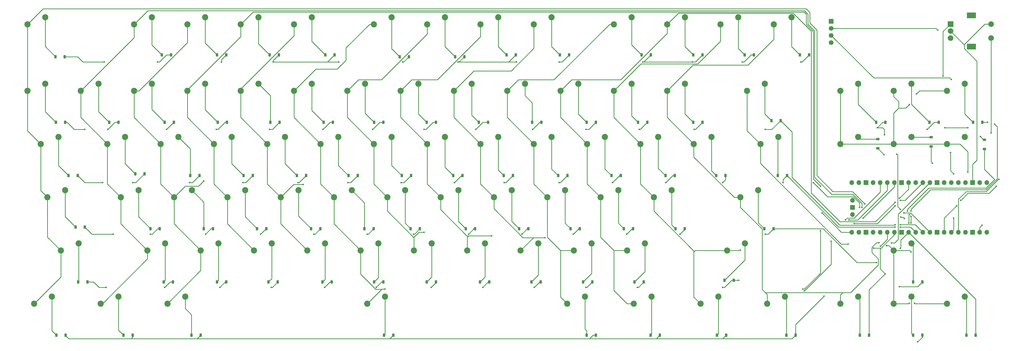
<source format=gbr>
%TF.GenerationSoftware,KiCad,Pcbnew,9.0.6*%
%TF.CreationDate,2025-12-30T21:58:58-08:00*%
%TF.ProjectId,keyboard,6b657962-6f61-4726-942e-6b696361645f,rev?*%
%TF.SameCoordinates,Original*%
%TF.FileFunction,Copper,L1,Top*%
%TF.FilePolarity,Positive*%
%FSLAX46Y46*%
G04 Gerber Fmt 4.6, Leading zero omitted, Abs format (unit mm)*
G04 Created by KiCad (PCBNEW 9.0.6) date 2025-12-30 21:58:58*
%MOMM*%
%LPD*%
G01*
G04 APERTURE LIST*
G04 Aperture macros list*
%AMRoundRect*
0 Rectangle with rounded corners*
0 $1 Rounding radius*
0 $2 $3 $4 $5 $6 $7 $8 $9 X,Y pos of 4 corners*
0 Add a 4 corners polygon primitive as box body*
4,1,4,$2,$3,$4,$5,$6,$7,$8,$9,$2,$3,0*
0 Add four circle primitives for the rounded corners*
1,1,$1+$1,$2,$3*
1,1,$1+$1,$4,$5*
1,1,$1+$1,$6,$7*
1,1,$1+$1,$8,$9*
0 Add four rect primitives between the rounded corners*
20,1,$1+$1,$2,$3,$4,$5,0*
20,1,$1+$1,$4,$5,$6,$7,0*
20,1,$1+$1,$6,$7,$8,$9,0*
20,1,$1+$1,$8,$9,$2,$3,0*%
G04 Aperture macros list end*
%TA.AperFunction,SMDPad,CuDef*%
%ADD10RoundRect,0.225000X-0.225000X-0.375000X0.225000X-0.375000X0.225000X0.375000X-0.225000X0.375000X0*%
%TD*%
%TA.AperFunction,ComponentPad*%
%ADD11C,2.200000*%
%TD*%
%TA.AperFunction,ComponentPad*%
%ADD12R,1.700000X1.700000*%
%TD*%
%TA.AperFunction,ComponentPad*%
%ADD13C,1.700000*%
%TD*%
%TA.AperFunction,SMDPad,CuDef*%
%ADD14RoundRect,0.225000X-0.375000X0.225000X-0.375000X-0.225000X0.375000X-0.225000X0.375000X0.225000X0*%
%TD*%
%TA.AperFunction,ComponentPad*%
%ADD15R,2.000000X2.000000*%
%TD*%
%TA.AperFunction,ComponentPad*%
%ADD16C,2.000000*%
%TD*%
%TA.AperFunction,ComponentPad*%
%ADD17R,3.200000X2.000000*%
%TD*%
%TA.AperFunction,ComponentPad*%
%ADD18O,1.700000X1.700000*%
%TD*%
%TA.AperFunction,ViaPad*%
%ADD19C,0.600000*%
%TD*%
%TA.AperFunction,Conductor*%
%ADD20C,0.250000*%
%TD*%
G04 APERTURE END LIST*
D10*
%TO.P,D78,1,K*%
%TO.N,Net-(D78-K)*%
X315056250Y-130175000D03*
%TO.P,D78,2,A*%
%TO.N,ROW4*%
X318356250Y-130175000D03*
%TD*%
D11*
%TO.P,n3,1,1*%
%TO.N,Net-(D20-K)*%
X81121250Y-40163750D03*
%TO.P,n3,2,2*%
%TO.N,COL3*%
X74771250Y-42703750D03*
%TD*%
%TO.P,U2,1,1*%
%TO.N,Net-(D42-K)*%
X166846250Y-59213750D03*
%TO.P,U2,2,2*%
%TO.N,COL7*%
X160496250Y-61753750D03*
%TD*%
D10*
%TO.P,D28,1,K*%
%TO.N,Net-(D28-K)*%
X119000000Y-92075000D03*
%TO.P,D28,2,A*%
%TO.N,ROW3*%
X122300000Y-92075000D03*
%TD*%
D11*
%TO.P,L1,1,1*%
%TO.N,Net-(D54-K)*%
X209708750Y-78263750D03*
%TO.P,L1,2,2*%
%TO.N,COL9*%
X203358750Y-80803750D03*
%TD*%
%TO.P,F8,1,1*%
%TO.N,Net-(D45-K)*%
X204946250Y-16351250D03*
%TO.P,F8,2,2*%
%TO.N,COL8*%
X198596250Y-18891250D03*
%TD*%
D10*
%TO.P,D38,1,K*%
%TO.N,Net-(D38-K)*%
X154560000Y-92075000D03*
%TO.P,D38,2,A*%
%TO.N,ROW3*%
X157860000Y-92075000D03*
%TD*%
%TO.P,D68,1,K*%
%TO.N,Net-(D68-K)*%
X264035000Y-130175000D03*
%TO.P,D68,2,A*%
%TO.N,ROW5*%
X267335000Y-130175000D03*
%TD*%
D11*
%TO.P,n0,1,1*%
%TO.N,Net-(D58-K)*%
X214471250Y-40163750D03*
%TO.P,n0,2,2*%
%TO.N,COL10*%
X208121250Y-42703750D03*
%TD*%
D10*
%TO.P,D45,1,K*%
%TO.N,Net-(D45-K)*%
X207900000Y-29845000D03*
%TO.P,D45,2,A*%
%TO.N,ROW0*%
X211200000Y-29845000D03*
%TD*%
D11*
%TO.P,RARROW1,1,1*%
%TO.N,Net-(D72-K)*%
X352583750Y-116363750D03*
%TO.P,RARROW1,2,2*%
%TO.N,COL13*%
X346233750Y-118903750D03*
%TD*%
D10*
%TO.P,D27,1,K*%
%TO.N,Net-(D27-K)*%
X113920000Y-73025000D03*
%TO.P,D27,2,A*%
%TO.N,ROW2*%
X117220000Y-73025000D03*
%TD*%
D11*
%TO.P,OBRACKET1,1,1*%
%TO.N,Net-(D65-K)*%
X243046250Y-59213750D03*
%TO.P,OBRACKET1,2,2*%
%TO.N,COL11*%
X236696250Y-61753750D03*
%TD*%
D10*
%TO.P,D59,1,K*%
%TO.N,Net-(D59-K)*%
X226315000Y-73025000D03*
%TO.P,D59,2,A*%
%TO.N,ROW2*%
X229615000Y-73025000D03*
%TD*%
D11*
%TO.P,F5,1,1*%
%TO.N,Net-(D30-K)*%
X147796250Y-16351250D03*
%TO.P,F5,2,2*%
%TO.N,COL5*%
X141446250Y-18891250D03*
%TD*%
%TO.P,S1,1,1*%
%TO.N,Net-(D16-K)*%
X76358750Y-78263750D03*
%TO.P,S1,2,2*%
%TO.N,COL2*%
X70008750Y-80803750D03*
%TD*%
%TO.P,n7,1,1*%
%TO.N,Net-(D41-K)*%
X157321250Y-40163750D03*
%TO.P,n7,2,2*%
%TO.N,COL7*%
X150971250Y-42703750D03*
%TD*%
%TO.P,PGUP1,1,1*%
%TO.N,Net-(D84-K)*%
X352583750Y-40163750D03*
%TO.P,PGUP1,2,2*%
%TO.N,COL14*%
X346233750Y-42703750D03*
%TD*%
D10*
%TO.P,D51,1,K*%
%TO.N,Net-(D51-K)*%
X237110000Y-29845000D03*
%TO.P,D51,2,A*%
%TO.N,ROW0*%
X240410000Y-29845000D03*
%TD*%
D11*
%TO.P,rSHIFT1,1,1*%
%TO.N,Net-(D73-K)*%
X274002500Y-97313750D03*
%TO.P,rSHIFT1,2,2*%
%TO.N,COL11*%
X267652500Y-99853750D03*
%TD*%
D10*
%TO.P,D9,1,K*%
%TO.N,Net-(D9-K)*%
X56135000Y-72390000D03*
%TO.P,D9,2,A*%
%TO.N,ROW2*%
X59435000Y-72390000D03*
%TD*%
D11*
%TO.P,E1,1,1*%
%TO.N,Net-(D21-K)*%
X90646250Y-59213750D03*
%TO.P,E1,2,2*%
%TO.N,COL3*%
X84296250Y-61753750D03*
%TD*%
%TO.P,P1,1,1*%
%TO.N,Net-(D59-K)*%
X223996250Y-59213750D03*
%TO.P,P1,2,2*%
%TO.N,COL10*%
X217646250Y-61753750D03*
%TD*%
D10*
%TO.P,D41,1,K*%
%TO.N,Net-(D41-K)*%
X160275000Y-53975000D03*
%TO.P,D41,2,A*%
%TO.N,ROW1*%
X163575000Y-53975000D03*
%TD*%
D11*
%TO.P,D67,1,1*%
%TO.N,Net-(D22-K)*%
X95408750Y-78263750D03*
%TO.P,D67,2,2*%
%TO.N,COL3*%
X89058750Y-80803750D03*
%TD*%
%TO.P,F10,1,1*%
%TO.N,Net-(D57-K)*%
X252571250Y-16351250D03*
%TO.P,F10,2,2*%
%TO.N,COL10*%
X246221250Y-18891250D03*
%TD*%
D10*
%TO.P,D79,1,K*%
%TO.N,Net-(D79-K)*%
X334106250Y-130175000D03*
%TO.P,D79,2,A*%
%TO.N,ROW5*%
X337406250Y-130175000D03*
%TD*%
D11*
%TO.P,CAPS1,1,1*%
%TO.N,Net-(D4-K)*%
X31115000Y-78263750D03*
%TO.P,CAPS1,2,2*%
%TO.N,COL0*%
X24765000Y-80803750D03*
%TD*%
%TO.P,BSLASH1,1,1*%
%TO.N,Net-(D77-K)*%
X285908750Y-59213750D03*
%TO.P,BSLASH1,2,2*%
%TO.N,COL13*%
X279558750Y-61753750D03*
%TD*%
D10*
%TO.P,D85,1,K*%
%TO.N,Net-(D85-K)*%
X339980000Y-53975000D03*
%TO.P,D85,2,A*%
%TO.N,ROW1*%
X343280000Y-53975000D03*
%TD*%
%TO.P,D70,1,K*%
%TO.N,Net-(D70-K)*%
X255525000Y-53975000D03*
%TO.P,D70,2,A*%
%TO.N,ROW1*%
X258825000Y-53975000D03*
%TD*%
D12*
%TO.P,OLED DISPLAY1,1,Pin_1*%
%TO.N,Net-(OLED DISPLAY1-Pin_1)*%
X304800000Y-17780000D03*
D13*
%TO.P,OLED DISPLAY1,2,Pin_2*%
%TO.N,Net-(OLED DISPLAY1-Pin_2)*%
X304800000Y-20320000D03*
%TO.P,OLED DISPLAY1,3,Pin_3*%
%TO.N,/OLED_SDA*%
X304800000Y-22860000D03*
%TO.P,OLED DISPLAY1,4,Pin_4*%
%TO.N,/OLED_SCL*%
X304800000Y-25400000D03*
%TD*%
D11*
%TO.P,rCTRL1,1,1*%
%TO.N,Net-(D74-K)*%
X288290000Y-116363750D03*
%TO.P,rCTRL1,2,2*%
%TO.N,COL12*%
X281940000Y-118903750D03*
%TD*%
%TO.P,W1,1,1*%
%TO.N,Net-(D15-K)*%
X71596250Y-59213750D03*
%TO.P,W1,2,2*%
%TO.N,COL2*%
X65246250Y-61753750D03*
%TD*%
D14*
%TO.P,D83,1,K*%
%TO.N,Net-(D83-K)*%
X321468750Y-59945000D03*
%TO.P,D83,2,A*%
%TO.N,ROW3*%
X321468750Y-63245000D03*
%TD*%
D11*
%TO.P,F3,1,1*%
%TO.N,Net-(D19-K)*%
X100171250Y-16351250D03*
%TO.P,F3,2,2*%
%TO.N,COL3*%
X93821250Y-18891250D03*
%TD*%
D10*
%TO.P,D13,1,K*%
%TO.N,Net-(D13-K)*%
X85345000Y-29845000D03*
%TO.P,D13,2,A*%
%TO.N,ROW0*%
X88645000Y-29845000D03*
%TD*%
D11*
%TO.P,PLUS1,1,1*%
%TO.N,Net-(D70-K)*%
X252571250Y-40163750D03*
%TO.P,PLUS1,2,2*%
%TO.N,COL12*%
X246221250Y-42703750D03*
%TD*%
D10*
%TO.P,D66,1,K*%
%TO.N,Net-(D66-K)*%
X249175000Y-92075000D03*
%TO.P,D66,2,A*%
%TO.N,ROW3*%
X252475000Y-92075000D03*
%TD*%
D11*
%TO.P,TAB1,1,1*%
%TO.N,Net-(D3-K)*%
X28733750Y-59213750D03*
%TO.P,TAB1,2,2*%
%TO.N,COL0*%
X22383750Y-61753750D03*
%TD*%
%TO.P,J1,1,1*%
%TO.N,Net-(D43-K)*%
X171608750Y-78263750D03*
%TO.P,J1,2,2*%
%TO.N,COL7*%
X165258750Y-80803750D03*
%TD*%
D10*
%TO.P,D64,1,K*%
%TO.N,Net-(D64-K)*%
X235840000Y-53975000D03*
%TO.P,D64,2,A*%
%TO.N,ROW1*%
X239140000Y-53975000D03*
%TD*%
%TO.P,D30,1,K*%
%TO.N,Net-(D30-K)*%
X150605000Y-30480000D03*
%TO.P,D30,2,A*%
%TO.N,ROW0*%
X153905000Y-30480000D03*
%TD*%
D11*
%TO.P,TILDE1,1,1*%
%TO.N,Net-(D2-K)*%
X23971250Y-40163750D03*
%TO.P,TILDE1,2,2*%
%TO.N,COL0*%
X17621250Y-42703750D03*
%TD*%
%TO.P,n1,1,1*%
%TO.N,Net-(D8-K)*%
X43021250Y-40163750D03*
%TO.P,n1,2,2*%
%TO.N,COL1*%
X36671250Y-42703750D03*
%TD*%
%TO.P,X1,1,1*%
%TO.N,Net-(D17-K)*%
X85883750Y-97313750D03*
%TO.P,X1,2,2*%
%TO.N,COL2*%
X79533750Y-99853750D03*
%TD*%
%TO.P,n5,1,1*%
%TO.N,Net-(D31-K)*%
X119221250Y-40163750D03*
%TO.P,n5,2,2*%
%TO.N,COL5*%
X112871250Y-42703750D03*
%TD*%
D10*
%TO.P,D5,1,K*%
%TO.N,Net-(D5-K)*%
X35718750Y-111125000D03*
%TO.P,D5,2,A*%
%TO.N,ROW4*%
X39018750Y-111125000D03*
%TD*%
D11*
%TO.P,DARROW1,1,1*%
%TO.N,Net-(D79-K)*%
X333533750Y-116363750D03*
%TO.P,DARROW1,2,2*%
%TO.N,COL13*%
X327183750Y-118903750D03*
%TD*%
%TO.P,Q1,1,1*%
%TO.N,Net-(D9-K)*%
X52546250Y-59213750D03*
%TO.P,Q1,2,2*%
%TO.N,COL1*%
X46196250Y-61753750D03*
%TD*%
D10*
%TO.P,D56,1,K*%
%TO.N,Net-(D56-K)*%
X217425000Y-130175000D03*
%TO.P,D56,2,A*%
%TO.N,ROW5*%
X220725000Y-130175000D03*
%TD*%
D11*
%TO.P,F7,1,1*%
%TO.N,Net-(D40-K)*%
X185896250Y-16351250D03*
%TO.P,F7,2,2*%
%TO.N,COL7*%
X179546250Y-18891250D03*
%TD*%
D10*
%TO.P,D86,1,K*%
%TO.N,Net-(D86-K)*%
X320930000Y-53975000D03*
%TO.P,D86,2,A*%
%TO.N,ROW0*%
X324230000Y-53975000D03*
%TD*%
%TO.P,D73,1,K*%
%TO.N,Net-(D73-K)*%
X266700000Y-110490000D03*
%TO.P,D73,2,A*%
%TO.N,ROW4*%
X270000000Y-110490000D03*
%TD*%
D11*
%TO.P,F13,1,1*%
%TO.N,Net-(D28-K)*%
X114458750Y-78263750D03*
%TO.P,F13,2,2*%
%TO.N,COL4*%
X108108750Y-80803750D03*
%TD*%
%TO.P,rWIN1,1,1*%
%TO.N,Net-(D62-K)*%
X240665000Y-116363750D03*
%TO.P,rWIN1,2,2*%
%TO.N,COL10*%
X234315000Y-118903750D03*
%TD*%
D10*
%TO.P,D22,1,K*%
%TO.N,Net-(D22-K)*%
X99695000Y-92075000D03*
%TO.P,D22,2,A*%
%TO.N,ROW3*%
X102995000Y-92075000D03*
%TD*%
%TO.P,D26,1,K*%
%TO.N,Net-(D26-K)*%
X104395000Y-53975000D03*
%TO.P,D26,2,A*%
%TO.N,ROW1*%
X107695000Y-53975000D03*
%TD*%
%TO.P,D77,1,K*%
%TO.N,Net-(D77-K)*%
X285750000Y-73025000D03*
%TO.P,D77,2,A*%
%TO.N,ROW2*%
X289050000Y-73025000D03*
%TD*%
D11*
%TO.P,SHIFT1,1,1*%
%TO.N,Net-(D5-K)*%
X35877500Y-97313750D03*
%TO.P,SHIFT1,2,2*%
%TO.N,COL0*%
X29527500Y-99853750D03*
%TD*%
D10*
%TO.P,D37,1,K*%
%TO.N,Net-(D37-K)*%
X151385000Y-73025000D03*
%TO.P,D37,2,A*%
%TO.N,ROW2*%
X154685000Y-73025000D03*
%TD*%
D11*
%TO.P,A1,1,1*%
%TO.N,Net-(D10-K)*%
X57308750Y-78263750D03*
%TO.P,A1,2,2*%
%TO.N,COL1*%
X50958750Y-80803750D03*
%TD*%
%TO.P,CTRL1,1,1*%
%TO.N,Net-(D6-K)*%
X26352500Y-116363750D03*
%TO.P,CTRL1,2,2*%
%TO.N,COL0*%
X20002500Y-118903750D03*
%TD*%
%TO.P,Z1,1,1*%
%TO.N,Net-(D11-K)*%
X66833750Y-97313750D03*
%TO.P,Z1,2,2*%
%TO.N,COL1*%
X60483750Y-99853750D03*
%TD*%
%TO.P,F9,1,1*%
%TO.N,Net-(D51-K)*%
X233521250Y-16351250D03*
%TO.P,F9,2,2*%
%TO.N,COL9*%
X227171250Y-18891250D03*
%TD*%
D10*
%TO.P,D25,1,K*%
%TO.N,Net-(D25-K)*%
X124080000Y-29845000D03*
%TO.P,D25,2,A*%
%TO.N,ROW0*%
X127380000Y-29845000D03*
%TD*%
%TO.P,D33,1,K*%
%TO.N,Net-(D33-K)*%
X138050000Y-92075000D03*
%TO.P,D33,2,A*%
%TO.N,ROW3*%
X141350000Y-92075000D03*
%TD*%
%TO.P,D61,1,K*%
%TO.N,Net-(D61-K)*%
X234570000Y-111125000D03*
%TO.P,D61,2,A*%
%TO.N,ROW4*%
X237870000Y-111125000D03*
%TD*%
D11*
%TO.P,CBRACKET1,1,1*%
%TO.N,Net-(D71-K)*%
X262096250Y-59213750D03*
%TO.P,CBRACKET1,2,2*%
%TO.N,COL12*%
X255746250Y-61753750D03*
%TD*%
%TO.P,F11,1,1*%
%TO.N,Net-(D63-K)*%
X271621250Y-16351250D03*
%TO.P,F11,2,2*%
%TO.N,COL11*%
X265271250Y-18891250D03*
%TD*%
%TO.P,COLON1,1,1*%
%TO.N,Net-(D60-K)*%
X228758750Y-78263750D03*
%TO.P,COLON1,2,2*%
%TO.N,COL10*%
X222408750Y-80803750D03*
%TD*%
D10*
%TO.P,D55,1,K*%
%TO.N,Net-(D55-K)*%
X216155000Y-111125000D03*
%TO.P,D55,2,A*%
%TO.N,ROW4*%
X219455000Y-111125000D03*
%TD*%
D11*
%TO.P,ENTER1,1,1*%
%TO.N,Net-(D50-K)*%
X278765000Y-78263750D03*
%TO.P,ENTER1,2,2*%
%TO.N,COL12*%
X272415000Y-80803750D03*
%TD*%
%TO.P,F6,1,1*%
%TO.N,Net-(D35-K)*%
X166846250Y-16351250D03*
%TO.P,F6,2,2*%
%TO.N,COL6*%
X160496250Y-18891250D03*
%TD*%
%TO.P,F2,1,1*%
%TO.N,Net-(D13-K)*%
X81121250Y-16351250D03*
%TO.P,F2,2,2*%
%TO.N,COL2*%
X74771250Y-18891250D03*
%TD*%
%TO.P,COMMA1,1,1*%
%TO.N,Net-(D49-K)*%
X200183750Y-97313750D03*
%TO.P,COMMA1,2,2*%
%TO.N,COL8*%
X193833750Y-99853750D03*
%TD*%
D10*
%TO.P,D60,1,K*%
%TO.N,Net-(D60-K)*%
X230760000Y-92075000D03*
%TO.P,D60,2,A*%
%TO.N,ROW3*%
X234060000Y-92075000D03*
%TD*%
%TO.P,D69,1,K*%
%TO.N,Net-(D69-K)*%
X293625000Y-29845000D03*
%TO.P,D69,2,A*%
%TO.N,ROW0*%
X296925000Y-29845000D03*
%TD*%
D11*
%TO.P,O1,1,1*%
%TO.N,Net-(D53-K)*%
X204946250Y-59213750D03*
%TO.P,O1,2,2*%
%TO.N,COL9*%
X198596250Y-61753750D03*
%TD*%
%TO.P,R1,1,1*%
%TO.N,Net-(D27-K)*%
X109696250Y-59213750D03*
%TO.P,R1,2,2*%
%TO.N,COL4*%
X103346250Y-61753750D03*
%TD*%
%TO.P,QUOTE1,1,1*%
%TO.N,Net-(D66-K)*%
X247808750Y-78263750D03*
%TO.P,QUOTE1,2,2*%
%TO.N,COL11*%
X241458750Y-80803750D03*
%TD*%
%TO.P,n9,1,1*%
%TO.N,Net-(D52-K)*%
X195421250Y-40163750D03*
%TO.P,n9,2,2*%
%TO.N,COL9*%
X189071250Y-42703750D03*
%TD*%
D10*
%TO.P,D14,1,K*%
%TO.N,Net-(D14-K)*%
X66675000Y-53975000D03*
%TO.P,D14,2,A*%
%TO.N,ROW1*%
X69975000Y-53975000D03*
%TD*%
%TO.P,D53,1,K*%
%TO.N,Net-(D53-K)*%
X207265000Y-73025000D03*
%TO.P,D53,2,A*%
%TO.N,ROW2*%
X210565000Y-73025000D03*
%TD*%
%TO.P,D47,1,K*%
%TO.N,Net-(D47-K)*%
X187835000Y-73025000D03*
%TO.P,D47,2,A*%
%TO.N,ROW2*%
X191135000Y-73025000D03*
%TD*%
%TO.P,D80,1,K*%
%TO.N,Net-(D80-K)*%
X334106250Y-111125000D03*
%TO.P,D80,2,A*%
%TO.N,ROW4*%
X337406250Y-111125000D03*
%TD*%
%TO.P,D32,1,K*%
%TO.N,Net-(D32-K)*%
X132335000Y-73025000D03*
%TO.P,D32,2,A*%
%TO.N,ROW2*%
X135635000Y-73025000D03*
%TD*%
%TO.P,D74,1,K*%
%TO.N,Net-(D74-K)*%
X288800000Y-130175000D03*
%TO.P,D74,2,A*%
%TO.N,ROW5*%
X292100000Y-130175000D03*
%TD*%
%TO.P,D48,1,K*%
%TO.N,Net-(D48-K)*%
X193295000Y-92075000D03*
%TO.P,D48,2,A*%
%TO.N,ROW3*%
X196595000Y-92075000D03*
%TD*%
%TO.P,D10,1,K*%
%TO.N,Net-(D10-K)*%
X61595000Y-92075000D03*
%TO.P,D10,2,A*%
%TO.N,ROW3*%
X64895000Y-92075000D03*
%TD*%
D14*
%TO.P,D82,1,K*%
%TO.N,Net-(D82-K)*%
X340518750Y-59310000D03*
%TO.P,D82,2,A*%
%TO.N,ROW4*%
X340518750Y-62610000D03*
%TD*%
D10*
%TO.P,D84,1,K*%
%TO.N,Net-(D84-K)*%
X355537500Y-53975000D03*
%TO.P,D84,2,A*%
%TO.N,ROW2*%
X358837500Y-53975000D03*
%TD*%
D11*
%TO.P,BACKSPACE1,1,1*%
%TO.N,Net-(D76-K)*%
X281146250Y-40163750D03*
%TO.P,BACKSPACE1,2,2*%
%TO.N,COL13*%
X274796250Y-42703750D03*
%TD*%
D10*
%TO.P,D7,1,K*%
%TO.N,Net-(D7-K)*%
X65660000Y-29845000D03*
%TO.P,D7,2,A*%
%TO.N,ROW0*%
X68960000Y-29845000D03*
%TD*%
D11*
%TO.P,rALT1,1,1*%
%TO.N,Net-(D56-K)*%
X216852500Y-116363750D03*
%TO.P,rALT1,2,2*%
%TO.N,COL9*%
X210502500Y-118903750D03*
%TD*%
%TO.P,T1,1,1*%
%TO.N,Net-(D32-K)*%
X128746250Y-59213750D03*
%TO.P,T1,2,2*%
%TO.N,COL5*%
X122396250Y-61753750D03*
%TD*%
D10*
%TO.P,D58,1,K*%
%TO.N,Net-(D58-K)*%
X217425000Y-53975000D03*
%TO.P,D58,2,A*%
%TO.N,ROW1*%
X220725000Y-53975000D03*
%TD*%
D11*
%TO.P,ALT1,1,1*%
%TO.N,Net-(D18-K)*%
X73977500Y-116363750D03*
%TO.P,ALT1,2,2*%
%TO.N,COL2*%
X67627500Y-118903750D03*
%TD*%
%TO.P,DEL1,1,1*%
%TO.N,Net-(D83-K)*%
X314483750Y-59213750D03*
%TO.P,DEL1,2,2*%
%TO.N,COL14*%
X308133750Y-61753750D03*
%TD*%
D10*
%TO.P,D46,1,K*%
%TO.N,Net-(D46-K)*%
X178945000Y-53975000D03*
%TO.P,D46,2,A*%
%TO.N,ROW1*%
X182245000Y-53975000D03*
%TD*%
%TO.P,D12,1,K*%
%TO.N,Net-(D12-K)*%
X51945000Y-130175000D03*
%TO.P,D12,2,A*%
%TO.N,ROW5*%
X55245000Y-130175000D03*
%TD*%
%TO.P,D2,1,K*%
%TO.N,Net-(D2-K)*%
X27815000Y-53975000D03*
%TO.P,D2,2,A*%
%TO.N,ROW1*%
X31115000Y-53975000D03*
%TD*%
D11*
%TO.P,C1,1,1*%
%TO.N,Net-(D23-K)*%
X104933750Y-97313750D03*
%TO.P,C1,2,2*%
%TO.N,COL3*%
X98583750Y-99853750D03*
%TD*%
D10*
%TO.P,D6,1,K*%
%TO.N,Net-(D6-K)*%
X27940000Y-130175000D03*
%TO.P,D6,2,A*%
%TO.N,ROW5*%
X31240000Y-130175000D03*
%TD*%
%TO.P,D34,1,K*%
%TO.N,Net-(D34-K)*%
X141480000Y-111125000D03*
%TO.P,D34,2,A*%
%TO.N,ROW4*%
X144780000Y-111125000D03*
%TD*%
D11*
%TO.P,I1,1,1*%
%TO.N,Net-(D47-K)*%
X185896250Y-59213750D03*
%TO.P,I1,2,2*%
%TO.N,COL8*%
X179546250Y-61753750D03*
%TD*%
%TO.P,WIN1,1,1*%
%TO.N,Net-(D12-K)*%
X50165000Y-116363750D03*
%TO.P,WIN1,2,2*%
%TO.N,COL1*%
X43815000Y-118903750D03*
%TD*%
%TO.P,MACRO1,1,1*%
%TO.N,Net-(D68-K)*%
X264477500Y-116363750D03*
%TO.P,MACRO1,2,2*%
%TO.N,COL11*%
X258127500Y-118903750D03*
%TD*%
%TO.P,PGDN1,1,1*%
%TO.N,Net-(D81-K)*%
X352583750Y-59213750D03*
%TO.P,PGDN1,2,2*%
%TO.N,COL14*%
X346233750Y-61753750D03*
%TD*%
%TO.P,n2,1,1*%
%TO.N,Net-(D14-K)*%
X62071250Y-40163750D03*
%TO.P,n2,2,2*%
%TO.N,COL2*%
X55721250Y-42703750D03*
%TD*%
%TO.P,N10,1,1*%
%TO.N,Net-(D39-K)*%
X162083750Y-97313750D03*
%TO.P,N10,2,2*%
%TO.N,COL6*%
X155733750Y-99853750D03*
%TD*%
%TO.P,LARROW1,1,1*%
%TO.N,Net-(D78-K)*%
X314483750Y-116363750D03*
%TO.P,LARROW1,2,2*%
%TO.N,COL12*%
X308133750Y-118903750D03*
%TD*%
D10*
%TO.P,D62,1,K*%
%TO.N,Net-(D62-K)*%
X240285000Y-130175000D03*
%TO.P,D62,2,A*%
%TO.N,ROW5*%
X243585000Y-130175000D03*
%TD*%
D11*
%TO.P,MINUS1,1,1*%
%TO.N,Net-(D64-K)*%
X233521250Y-40163750D03*
%TO.P,MINUS1,2,2*%
%TO.N,COL11*%
X227171250Y-42703750D03*
%TD*%
%TO.P,SLASH1,1,1*%
%TO.N,Net-(D61-K)*%
X238283750Y-97313750D03*
%TO.P,SLASH1,2,2*%
%TO.N,COL10*%
X231933750Y-99853750D03*
%TD*%
%TO.P,END1,1,1*%
%TO.N,Net-(D82-K)*%
X333533750Y-59213750D03*
%TO.P,END1,2,2*%
%TO.N,COL14*%
X327183750Y-61753750D03*
%TD*%
D10*
%TO.P,D43,1,K*%
%TO.N,Net-(D43-K)*%
X174245000Y-92075000D03*
%TO.P,D43,2,A*%
%TO.N,ROW3*%
X177545000Y-92075000D03*
%TD*%
%TO.P,D40,1,K*%
%TO.N,Net-(D40-K)*%
X188850000Y-29845000D03*
%TO.P,D40,2,A*%
%TO.N,ROW0*%
X192150000Y-29845000D03*
%TD*%
%TO.P,D76,1,K*%
%TO.N,Net-(D76-K)*%
X283465000Y-53340000D03*
%TO.P,D76,2,A*%
%TO.N,ROW1*%
X286765000Y-53340000D03*
%TD*%
D11*
%TO.P,ESC1,1,1*%
%TO.N,Net-(D1-K)*%
X23971250Y-16351250D03*
%TO.P,ESC1,2,2*%
%TO.N,COL0*%
X17621250Y-18891250D03*
%TD*%
D10*
%TO.P,D52,1,K*%
%TO.N,Net-(D52-K)*%
X197995000Y-53975000D03*
%TO.P,D52,2,A*%
%TO.N,ROW1*%
X201295000Y-53975000D03*
%TD*%
%TO.P,D3,1,K*%
%TO.N,Net-(D3-K)*%
X32260000Y-73025000D03*
%TO.P,D3,2,A*%
%TO.N,ROW2*%
X35560000Y-73025000D03*
%TD*%
D11*
%TO.P,F12,1,1*%
%TO.N,Net-(D69-K)*%
X290671250Y-16351250D03*
%TO.P,F12,2,2*%
%TO.N,COL12*%
X284321250Y-18891250D03*
%TD*%
%TO.P,n6,1,1*%
%TO.N,Net-(D36-K)*%
X138271250Y-40163750D03*
%TO.P,n6,2,2*%
%TO.N,COL6*%
X131921250Y-42703750D03*
%TD*%
D10*
%TO.P,D54,1,K*%
%TO.N,Net-(D54-K)*%
X211710000Y-92075000D03*
%TO.P,D54,2,A*%
%TO.N,ROW3*%
X215010000Y-92075000D03*
%TD*%
D11*
%TO.P,INS1,1,1*%
%TO.N,Net-(D86-K)*%
X314483750Y-40163750D03*
%TO.P,INS1,2,2*%
%TO.N,COL14*%
X308133750Y-42703750D03*
%TD*%
D10*
%TO.P,D39,1,K*%
%TO.N,Net-(D39-K)*%
X160275000Y-111125000D03*
%TO.P,D39,2,A*%
%TO.N,ROW4*%
X163575000Y-111125000D03*
%TD*%
%TO.P,D29,1,K*%
%TO.N,Net-(D29-K)*%
X123065000Y-111125000D03*
%TO.P,D29,2,A*%
%TO.N,ROW4*%
X126365000Y-111125000D03*
%TD*%
%TO.P,D23,1,K*%
%TO.N,Net-(D23-K)*%
X103760000Y-111125000D03*
%TO.P,D23,2,A*%
%TO.N,ROW4*%
X107060000Y-111125000D03*
%TD*%
D11*
%TO.P,H1,1,1*%
%TO.N,Net-(D38-K)*%
X152558750Y-78263750D03*
%TO.P,H1,2,2*%
%TO.N,COL6*%
X146208750Y-80803750D03*
%TD*%
D10*
%TO.P,D8,1,K*%
%TO.N,Net-(D8-K)*%
X46865000Y-53975000D03*
%TO.P,D8,2,A*%
%TO.N,ROW1*%
X50165000Y-53975000D03*
%TD*%
D15*
%TO.P,SW1,A,A*%
%TO.N,Net-(U1-GPIO2)*%
X347450000Y-18812500D03*
D16*
%TO.P,SW1,B,B*%
%TO.N,Net-(U1-GPIO3)*%
X347450000Y-23812500D03*
%TO.P,SW1,C,C*%
%TO.N,Net-(OLED DISPLAY1-Pin_2)*%
X347450000Y-21312500D03*
D17*
%TO.P,SW1,MP*%
%TO.N,N/C*%
X354950000Y-15712500D03*
X354950000Y-26912500D03*
D16*
%TO.P,SW1,S1,S1*%
%TO.N,Net-(U1-GPIO1)*%
X361950000Y-23812500D03*
%TO.P,SW1,S2,S2*%
%TO.N,Net-(OLED DISPLAY1-Pin_2)*%
X361950000Y-18812500D03*
%TD*%
D10*
%TO.P,D31,1,K*%
%TO.N,Net-(D31-K)*%
X123445000Y-53975000D03*
%TO.P,D31,2,A*%
%TO.N,ROW1*%
X126745000Y-53975000D03*
%TD*%
%TO.P,D63,1,K*%
%TO.N,Net-(D63-K)*%
X273940000Y-29845000D03*
%TO.P,D63,2,A*%
%TO.N,ROW0*%
X277240000Y-29845000D03*
%TD*%
%TO.P,D65,1,K*%
%TO.N,Net-(D65-K)*%
X245620000Y-73025000D03*
%TO.P,D65,2,A*%
%TO.N,ROW2*%
X248920000Y-73025000D03*
%TD*%
%TO.P,D4,1,K*%
%TO.N,Net-(D4-K)*%
X34800000Y-91440000D03*
%TO.P,D4,2,A*%
%TO.N,ROW3*%
X38100000Y-91440000D03*
%TD*%
D11*
%TO.P,Y1,1,1*%
%TO.N,Net-(D37-K)*%
X147796250Y-59213750D03*
%TO.P,Y1,2,2*%
%TO.N,COL6*%
X141446250Y-61753750D03*
%TD*%
D10*
%TO.P,D36,1,K*%
%TO.N,Net-(D36-K)*%
X141480000Y-53975000D03*
%TO.P,D36,2,A*%
%TO.N,ROW1*%
X144780000Y-53975000D03*
%TD*%
D11*
%TO.P,M1,1,1*%
%TO.N,Net-(D44-K)*%
X181133750Y-97313750D03*
%TO.P,M1,2,2*%
%TO.N,COL7*%
X174783750Y-99853750D03*
%TD*%
%TO.P,K1,1,1*%
%TO.N,Net-(D48-K)*%
X190658750Y-78263750D03*
%TO.P,K1,2,2*%
%TO.N,COL8*%
X184308750Y-80803750D03*
%TD*%
%TO.P,F1,1,1*%
%TO.N,Net-(D7-K)*%
X62071250Y-16351250D03*
%TO.P,F1,2,2*%
%TO.N,COL1*%
X55721250Y-18891250D03*
%TD*%
D10*
%TO.P,D35,1,K*%
%TO.N,Net-(D35-K)*%
X170435000Y-30480000D03*
%TO.P,D35,2,A*%
%TO.N,ROW0*%
X173735000Y-30480000D03*
%TD*%
%TO.P,D57,1,K*%
%TO.N,Net-(D57-K)*%
X255525000Y-29845000D03*
%TO.P,D57,2,A*%
%TO.N,ROW0*%
X258825000Y-29845000D03*
%TD*%
%TO.P,D21,1,K*%
%TO.N,Net-(D21-K)*%
X94870000Y-73025000D03*
%TO.P,D21,2,A*%
%TO.N,ROW2*%
X98170000Y-73025000D03*
%TD*%
D11*
%TO.P,n8,1,1*%
%TO.N,Net-(D46-K)*%
X176371250Y-40163750D03*
%TO.P,n8,2,2*%
%TO.N,COL8*%
X170021250Y-42703750D03*
%TD*%
D10*
%TO.P,D11,1,K*%
%TO.N,Net-(D11-K)*%
X66295000Y-111125000D03*
%TO.P,D11,2,A*%
%TO.N,ROW4*%
X69595000Y-111125000D03*
%TD*%
%TO.P,D42,1,K*%
%TO.N,Net-(D42-K)*%
X169800000Y-73025000D03*
%TO.P,D42,2,A*%
%TO.N,ROW2*%
X173100000Y-73025000D03*
%TD*%
D11*
%TO.P,V1,1,1*%
%TO.N,Net-(D29-K)*%
X123983750Y-97313750D03*
%TO.P,V1,2,2*%
%TO.N,COL4*%
X117633750Y-99853750D03*
%TD*%
D14*
%TO.P,D81,1,K*%
%TO.N,Net-(D81-K)*%
X359568750Y-60262500D03*
%TO.P,D81,2,A*%
%TO.N,ROW5*%
X359568750Y-63562500D03*
%TD*%
D10*
%TO.P,D24,1,K*%
%TO.N,Net-(D24-K)*%
X145035000Y-130175000D03*
%TO.P,D24,2,A*%
%TO.N,ROW5*%
X148335000Y-130175000D03*
%TD*%
%TO.P,D44,1,K*%
%TO.N,Net-(D44-K)*%
X179325000Y-111125000D03*
%TO.P,D44,2,A*%
%TO.N,ROW4*%
X182625000Y-111125000D03*
%TD*%
D11*
%TO.P,B1,1,1*%
%TO.N,Net-(D34-K)*%
X143033750Y-97313750D03*
%TO.P,B1,2,2*%
%TO.N,COL5*%
X136683750Y-99853750D03*
%TD*%
D10*
%TO.P,D15,1,K*%
%TO.N,Net-(D15-K)*%
X75820000Y-73025000D03*
%TO.P,D15,2,A*%
%TO.N,ROW2*%
X79120000Y-73025000D03*
%TD*%
%TO.P,D16,1,K*%
%TO.N,Net-(D16-K)*%
X80645000Y-92075000D03*
%TO.P,D16,2,A*%
%TO.N,ROW3*%
X83945000Y-92075000D03*
%TD*%
D11*
%TO.P,SPACE1,1,1*%
%TO.N,Net-(D24-K)*%
X145415000Y-116363750D03*
%TO.P,SPACE1,2,2*%
%TO.N,COL5*%
X139065000Y-118903750D03*
%TD*%
D10*
%TO.P,D1,1,K*%
%TO.N,Net-(D1-K)*%
X27656250Y-30480000D03*
%TO.P,D1,2,A*%
%TO.N,ROW0*%
X30956250Y-30480000D03*
%TD*%
D11*
%TO.P,HOME1,1,1*%
%TO.N,Net-(D85-K)*%
X333533750Y-40163750D03*
%TO.P,HOME1,2,2*%
%TO.N,COL14*%
X327183750Y-42703750D03*
%TD*%
%TO.P,UARROW1,1,1*%
%TO.N,Net-(D80-K)*%
X333533750Y-97313750D03*
%TO.P,UARROW1,2,2*%
%TO.N,COL13*%
X327183750Y-99853750D03*
%TD*%
%TO.P,n4,1,1*%
%TO.N,Net-(D26-K)*%
X100171250Y-40163750D03*
%TO.P,n4,2,2*%
%TO.N,COL4*%
X93821250Y-42703750D03*
%TD*%
D10*
%TO.P,D20,1,K*%
%TO.N,Net-(D20-K)*%
X85600000Y-53975000D03*
%TO.P,D20,2,A*%
%TO.N,ROW1*%
X88900000Y-53975000D03*
%TD*%
%TO.P,D18,1,K*%
%TO.N,Net-(D18-K)*%
X76200000Y-130175000D03*
%TO.P,D18,2,A*%
%TO.N,ROW5*%
X79500000Y-130175000D03*
%TD*%
%TO.P,D71,1,K*%
%TO.N,Net-(D71-K)*%
X263780000Y-73025000D03*
%TO.P,D71,2,A*%
%TO.N,ROW2*%
X267080000Y-73025000D03*
%TD*%
%TO.P,D50,1,K*%
%TO.N,Net-(D50-K)*%
X280925000Y-92075000D03*
%TO.P,D50,2,A*%
%TO.N,ROW3*%
X284225000Y-92075000D03*
%TD*%
D11*
%TO.P,F4,1,1*%
%TO.N,Net-(D25-K)*%
X119221250Y-16351250D03*
%TO.P,F4,2,2*%
%TO.N,COL4*%
X112871250Y-18891250D03*
%TD*%
D10*
%TO.P,D49,1,K*%
%TO.N,Net-(D49-K)*%
X197740000Y-111125000D03*
%TO.P,D49,2,A*%
%TO.N,ROW4*%
X201040000Y-111125000D03*
%TD*%
%TO.P,D17,1,K*%
%TO.N,Net-(D17-K)*%
X85345000Y-111125000D03*
%TO.P,D17,2,A*%
%TO.N,ROW4*%
X88645000Y-111125000D03*
%TD*%
%TO.P,D72,1,K*%
%TO.N,Net-(D72-K)*%
X353156250Y-130175000D03*
%TO.P,D72,2,A*%
%TO.N,ROW3*%
X356456250Y-130175000D03*
%TD*%
D11*
%TO.P,PERIOD1,1,1*%
%TO.N,Net-(D55-K)*%
X219233750Y-97313750D03*
%TO.P,PERIOD1,2,2*%
%TO.N,COL9*%
X212883750Y-99853750D03*
%TD*%
D10*
%TO.P,D19,1,K*%
%TO.N,Net-(D19-K)*%
X104140000Y-29845000D03*
%TO.P,D19,2,A*%
%TO.N,ROW0*%
X107440000Y-29845000D03*
%TD*%
D11*
%TO.P,G1,1,1*%
%TO.N,Net-(D33-K)*%
X133508750Y-78263750D03*
%TO.P,G1,2,2*%
%TO.N,COL5*%
X127158750Y-80803750D03*
%TD*%
D18*
%TO.P,U1,1,GPIO0*%
%TO.N,COL14*%
X360450000Y-93345000D03*
%TO.P,U1,2,GPIO1*%
%TO.N,Net-(U1-GPIO1)*%
X357910000Y-93345000D03*
D12*
%TO.P,U1,3,GND*%
%TO.N,unconnected-(U1-GND-Pad3)_1*%
X355370000Y-93345000D03*
D18*
%TO.P,U1,4,GPIO2*%
%TO.N,Net-(U1-GPIO2)*%
X352830000Y-93345000D03*
%TO.P,U1,5,GPIO3*%
%TO.N,Net-(U1-GPIO3)*%
X350290000Y-93345000D03*
%TO.P,U1,6,GPIO4*%
%TO.N,/OLED_SDA*%
X347750000Y-93345000D03*
%TO.P,U1,7,GPIO5*%
%TO.N,/OLED_SCL*%
X345210000Y-93345000D03*
D12*
%TO.P,U1,8,GND*%
%TO.N,unconnected-(U1-GND-Pad8)_1*%
X342670000Y-93345000D03*
D18*
%TO.P,U1,9,GPIO6*%
%TO.N,ROW0*%
X340130000Y-93345000D03*
%TO.P,U1,10,GPIO7*%
%TO.N,ROW1*%
X337590000Y-93345000D03*
%TO.P,U1,11,GPIO8*%
%TO.N,ROW2*%
X335050000Y-93345000D03*
%TO.P,U1,12,GPIO9*%
%TO.N,ROW3*%
X332510000Y-93345000D03*
D12*
%TO.P,U1,13,GND*%
%TO.N,unconnected-(U1-GND-Pad13)_1*%
X329970000Y-93345000D03*
D18*
%TO.P,U1,14,GPIO10*%
%TO.N,ROW4*%
X327430000Y-93345000D03*
%TO.P,U1,15,GPIO11*%
%TO.N,ROW5*%
X324890000Y-93345000D03*
%TO.P,U1,16,GPIO12*%
%TO.N,COL0*%
X322350000Y-93345000D03*
%TO.P,U1,17,GPIO13*%
%TO.N,COL1*%
X319810000Y-93345000D03*
D12*
%TO.P,U1,18,GND*%
%TO.N,unconnected-(U1-GND-Pad18)*%
X317270000Y-93345000D03*
D18*
%TO.P,U1,19,GPIO14*%
%TO.N,COL2*%
X314730000Y-93345000D03*
%TO.P,U1,20,GPIO15*%
%TO.N,COL3*%
X312190000Y-93345000D03*
%TO.P,U1,21,GPIO16*%
%TO.N,COL4*%
X312190000Y-75565000D03*
%TO.P,U1,22,GPIO17*%
%TO.N,COL5*%
X314730000Y-75565000D03*
D12*
%TO.P,U1,23,GND*%
%TO.N,unconnected-(U1-GND-Pad23)_1*%
X317270000Y-75565000D03*
D18*
%TO.P,U1,24,GPIO18*%
%TO.N,COL6*%
X319810000Y-75565000D03*
%TO.P,U1,25,GPIO19*%
%TO.N,COL7*%
X322350000Y-75565000D03*
%TO.P,U1,26,GPIO20*%
%TO.N,COL8*%
X324890000Y-75565000D03*
%TO.P,U1,27,GPIO21*%
%TO.N,COL9*%
X327430000Y-75565000D03*
D12*
%TO.P,U1,28,GND*%
%TO.N,unconnected-(U1-GND-Pad28)_1*%
X329970000Y-75565000D03*
D18*
%TO.P,U1,29,GPIO22*%
%TO.N,COL10*%
X332510000Y-75565000D03*
%TO.P,U1,30,RUN*%
%TO.N,unconnected-(U1-RUN-Pad30)_1*%
X335050000Y-75565000D03*
%TO.P,U1,31,GPIO26_ADC0*%
%TO.N,COL11*%
X337590000Y-75565000D03*
%TO.P,U1,32,GPIO27_ADC1*%
%TO.N,COL12*%
X340130000Y-75565000D03*
D12*
%TO.P,U1,33,AGND*%
%TO.N,unconnected-(U1-AGND-Pad33)*%
X342670000Y-75565000D03*
D18*
%TO.P,U1,34,GPIO28_ADC2*%
%TO.N,COL13*%
X345210000Y-75565000D03*
%TO.P,U1,35,ADC_VREF*%
%TO.N,unconnected-(U1-ADC_VREF-Pad35)*%
X347750000Y-75565000D03*
%TO.P,U1,36,3V3*%
%TO.N,unconnected-(U1-3V3-Pad36)*%
X350290000Y-75565000D03*
%TO.P,U1,37,3V3_EN*%
%TO.N,Net-(OLED DISPLAY1-Pin_1)*%
X352830000Y-75565000D03*
D12*
%TO.P,U1,38,GND*%
%TO.N,Net-(OLED DISPLAY1-Pin_2)*%
X355370000Y-75565000D03*
D18*
%TO.P,U1,39,VSYS*%
%TO.N,unconnected-(U1-VSYS-Pad39)_1*%
X357910000Y-75565000D03*
%TO.P,U1,40,VBUS*%
%TO.N,unconnected-(U1-VBUS-Pad40)*%
X360450000Y-75565000D03*
%TO.P,U1,41,SWCLK*%
%TO.N,unconnected-(U1-SWCLK-Pad41)_1*%
X312420000Y-86995000D03*
D12*
%TO.P,U1,42,GND*%
%TO.N,unconnected-(U1-GND-Pad42)_1*%
X312420000Y-84455000D03*
D18*
%TO.P,U1,43,SWDIO*%
%TO.N,unconnected-(U1-SWDIO-Pad43)_1*%
X312420000Y-81915000D03*
%TD*%
D19*
%TO.N,COL1*%
X315801944Y-84413059D03*
%TO.N,COL2*%
X80645000Y-74930000D03*
X298450000Y-75565000D03*
X314960000Y-84455000D03*
%TO.N,COL5*%
X294640000Y-113665000D03*
X300990000Y-92710000D03*
X145415000Y-113665000D03*
%TO.N,COL13*%
X334645000Y-118745000D03*
X333375000Y-100330000D03*
X324612000Y-98044000D03*
X332740000Y-118745000D03*
X310896000Y-97536000D03*
%TO.N,COL3*%
X301563058Y-86421942D03*
X300990000Y-76835000D03*
%TO.N,COL0*%
X316865000Y-83185000D03*
%TO.N,COL12*%
X326390000Y-97155000D03*
X321945000Y-97049558D03*
%TO.N,COL10*%
X327660000Y-82550000D03*
X329231000Y-81188059D03*
%TO.N,COL8*%
X311150000Y-88900000D03*
X202565000Y-95250000D03*
%TO.N,ROW0*%
X171450000Y-32385000D03*
X237490000Y-32385000D03*
X323850000Y-58420000D03*
X192405000Y-32385000D03*
X255270000Y-32385000D03*
X86995000Y-32385000D03*
X273050000Y-32385000D03*
X64135000Y-32385000D03*
X294005000Y-32385000D03*
X128905000Y-32385000D03*
X207645000Y-32385000D03*
X151765000Y-32385000D03*
X321310000Y-55880000D03*
X329565000Y-85090000D03*
X45085000Y-32385000D03*
X328295000Y-65405000D03*
X330835000Y-86360000D03*
X105410000Y-32385000D03*
%TO.N,ROW1*%
X236220000Y-56515000D03*
X140970000Y-56515000D03*
X85090000Y-56515000D03*
X339090000Y-56515000D03*
X67310000Y-56515000D03*
X104140000Y-56515000D03*
X327660000Y-90639997D03*
X281305000Y-56515000D03*
X159385000Y-56515000D03*
X123190000Y-56515000D03*
X46355000Y-56515000D03*
X329565000Y-90639997D03*
X38100000Y-56515000D03*
X217170000Y-56515000D03*
X177800000Y-56515000D03*
X198120000Y-56515000D03*
X255905000Y-56515000D03*
%TO.N,ROW2*%
X151130000Y-75565000D03*
X94615000Y-75565000D03*
X333375000Y-85725000D03*
X329565000Y-91440000D03*
X266065000Y-75565000D03*
X170180000Y-75565000D03*
X327660000Y-91440000D03*
X363220000Y-54610000D03*
X132080000Y-75565000D03*
X55245000Y-75565000D03*
X226695000Y-75565000D03*
X333375000Y-87630000D03*
X207645000Y-75565000D03*
X187960000Y-75565000D03*
X245745000Y-75565000D03*
X44450000Y-75565000D03*
X333375000Y-90014997D03*
X360680000Y-53975000D03*
X75565000Y-75565000D03*
X114300000Y-75565000D03*
X287655000Y-75565000D03*
%TO.N,ROW3*%
X175260000Y-93980000D03*
X330959442Y-88389442D03*
X139065000Y-93980000D03*
X329565000Y-99060000D03*
X323714000Y-65541000D03*
X81280000Y-93980000D03*
X329692000Y-87884000D03*
X281305000Y-93980000D03*
X48260000Y-93980000D03*
X321056000Y-104140000D03*
X231775000Y-93980000D03*
X100965000Y-93980000D03*
X212725000Y-93980000D03*
X120015000Y-93980000D03*
X155575000Y-93980000D03*
X61595000Y-93980000D03*
X194310000Y-93980000D03*
X250825000Y-93980000D03*
%TO.N,ROW4*%
X324104000Y-108204000D03*
X123825000Y-113030000D03*
X332574997Y-90014997D03*
X198755000Y-113030000D03*
X142240000Y-113030000D03*
X104775000Y-113030000D03*
X161925000Y-113030000D03*
X180340000Y-113030000D03*
X340995000Y-68580000D03*
X217170000Y-113030000D03*
X45720000Y-113030000D03*
X235585000Y-113030000D03*
X329184000Y-112776000D03*
X332740000Y-86995000D03*
X86360000Y-113030000D03*
X271780000Y-110490000D03*
X266065000Y-113030000D03*
X319971558Y-98991558D03*
X66675000Y-113030000D03*
%TO.N,ROW5*%
X332105000Y-85725000D03*
X335756250Y-132550000D03*
X302260000Y-116205000D03*
X322455558Y-98300558D03*
%TO.N,Net-(D81-K)*%
X358140000Y-59055000D03*
%TO.N,COL14*%
X335280000Y-43815000D03*
X353695000Y-71755000D03*
X332740000Y-47625000D03*
%TO.N,COL4*%
X116205000Y-76200000D03*
%TO.N,COL6*%
X159385000Y-93345000D03*
%TO.N,COL7*%
X309880000Y-88900000D03*
X183515000Y-94615000D03*
%TO.N,COL9*%
X295275000Y-114300000D03*
X316230000Y-88265000D03*
X304800000Y-96520000D03*
%TO.N,COL11*%
X313055000Y-90170000D03*
X327660000Y-83820000D03*
X272415000Y-99695000D03*
X329565000Y-81915000D03*
%TO.N,Net-(OLED DISPLAY1-Pin_2)*%
X342900000Y-20955000D03*
%TO.N,/OLED_SCL*%
X363855000Y-76835000D03*
X349665000Y-83820000D03*
X345440000Y-55880000D03*
X351155000Y-81915000D03*
X353695000Y-55880000D03*
%TO.N,/OLED_SDA*%
X348624442Y-88255558D03*
X348615000Y-72390000D03*
X347782695Y-38606311D03*
X347462000Y-64770000D03*
%TO.N,Net-(U1-GPIO1)*%
X361950000Y-57785000D03*
X358784442Y-90795558D03*
%TO.N,Net-(U1-GPIO3)*%
X364733381Y-74383490D03*
%TO.N,Net-(U1-GPIO2)*%
X344805000Y-37465000D03*
%TD*%
D20*
%TO.N,COL1*%
X312548926Y-79743000D02*
X315801944Y-82996018D01*
X295277810Y-13970000D02*
X296545000Y-15237190D01*
X60642500Y-13970000D02*
X295277810Y-13970000D01*
X50958750Y-90328750D02*
X60483750Y-99853750D01*
X296545000Y-15237190D02*
X296545000Y-18932711D01*
X55721250Y-18891250D02*
X60642500Y-13970000D01*
X46196250Y-61753750D02*
X46196250Y-76041250D01*
X304984000Y-79743000D02*
X312548926Y-79743000D01*
X298901000Y-21288711D02*
X298901000Y-73660000D01*
X55721250Y-18891250D02*
X55721250Y-23653750D01*
X36671250Y-42703750D02*
X36671250Y-52228750D01*
X36671250Y-52228750D02*
X46196250Y-61753750D01*
X44437576Y-118903750D02*
X43815000Y-118903750D01*
X55721250Y-23653750D02*
X36671250Y-42703750D01*
X296545000Y-18932711D02*
X298901000Y-21288711D01*
X60483750Y-102857576D02*
X44437576Y-118903750D01*
X60483750Y-99853750D02*
X60483750Y-102857576D01*
X298901000Y-73660000D02*
X304984000Y-79743000D01*
X315801944Y-82996018D02*
X315801944Y-84413059D01*
X46196250Y-76041250D02*
X50958750Y-80803750D01*
X50958750Y-80803750D02*
X50958750Y-90328750D01*
%TO.N,Net-(D10-K)*%
X57308750Y-78263750D02*
X57308750Y-87788750D01*
X57308750Y-87788750D02*
X61595000Y-92075000D01*
%TO.N,COL2*%
X55721250Y-42703750D02*
X57486716Y-42703750D01*
X65246250Y-76041250D02*
X65246250Y-61753750D01*
X70008750Y-80803750D02*
X73977500Y-76835000D01*
X312813116Y-80645000D02*
X314835558Y-82667442D01*
X55721250Y-52228750D02*
X55721250Y-42703750D01*
X79533750Y-99853750D02*
X79533750Y-106997500D01*
X74771250Y-25419216D02*
X74771250Y-18891250D01*
X303530000Y-80645000D02*
X311785000Y-80645000D01*
X74307424Y-18891250D02*
X74771250Y-18891250D01*
X314839058Y-82670942D02*
X314960000Y-82791884D01*
X78740000Y-76835000D02*
X80645000Y-74930000D01*
X57486716Y-42703750D02*
X74771250Y-25419216D01*
X79533750Y-99853750D02*
X70008750Y-90328750D01*
X73977500Y-76835000D02*
X78740000Y-76835000D01*
X298450000Y-75565000D02*
X303530000Y-80645000D01*
X65246250Y-61753750D02*
X55721250Y-52228750D01*
X79533750Y-106997500D02*
X67627500Y-118903750D01*
X314835558Y-82667442D02*
X314839058Y-82670942D01*
X70008750Y-80803750D02*
X65246250Y-76041250D01*
X70008750Y-90328750D02*
X70008750Y-80803750D01*
X311785000Y-80645000D02*
X312813116Y-80645000D01*
X314960000Y-82791884D02*
X314960000Y-84455000D01*
%TO.N,Net-(D18-K)*%
X73977500Y-120637576D02*
X76200000Y-122860076D01*
X73977500Y-116363750D02*
X73977500Y-120637576D01*
X76200000Y-122860076D02*
X76200000Y-130175000D01*
%TO.N,Net-(D34-K)*%
X141480000Y-111125000D02*
X143033750Y-109571250D01*
X143033750Y-109571250D02*
X143033750Y-97313750D01*
%TO.N,COL5*%
X131445000Y-27336866D02*
X131445000Y-31750000D01*
X122396250Y-76041250D02*
X127158750Y-80803750D01*
X145415000Y-113665000D02*
X144303750Y-113665000D01*
X120650000Y-34925000D02*
X112871250Y-42703750D01*
X141446250Y-18891250D02*
X139890616Y-18891250D01*
X122396250Y-61753750D02*
X122396250Y-76041250D01*
X131445000Y-31750000D02*
X128270000Y-34925000D01*
X144224375Y-113744375D02*
X139065000Y-118903750D01*
X136683750Y-99853750D02*
X127158750Y-90328750D01*
X112871250Y-52228750D02*
X122396250Y-61753750D01*
X112871250Y-42703750D02*
X112871250Y-52228750D01*
X144303750Y-113665000D02*
X144224375Y-113744375D01*
X300990000Y-107947190D02*
X300990000Y-92710000D01*
X142069077Y-113744375D02*
X136683750Y-108359048D01*
X128270000Y-34925000D02*
X120650000Y-34925000D01*
X127158750Y-90328750D02*
X127158750Y-80803750D01*
X294640000Y-113665000D02*
X295272190Y-113665000D01*
X144224375Y-113744375D02*
X142069077Y-113744375D01*
X295272190Y-113665000D02*
X300990000Y-107947190D01*
X139890616Y-18891250D02*
X131445000Y-27336866D01*
X136683750Y-108359048D02*
X136683750Y-99853750D01*
%TO.N,COL13*%
X324802500Y-98234500D02*
X324612000Y-98044000D01*
X327183750Y-118903750D02*
X327183750Y-100682060D01*
X308356000Y-97536000D02*
X279558750Y-68738750D01*
X274796250Y-42703750D02*
X274796250Y-56991250D01*
X327183750Y-100682060D02*
X327597905Y-100267905D01*
X279558750Y-61753750D02*
X279558750Y-68738750D01*
X324612000Y-98044000D02*
X325374000Y-98044000D01*
X274796250Y-56991250D02*
X279558750Y-61753750D01*
X334803750Y-118903750D02*
X334645000Y-118745000D01*
X327183750Y-99853750D02*
X332898750Y-99853750D01*
X332581250Y-118903750D02*
X327183750Y-118903750D01*
X332740000Y-118745000D02*
X332581250Y-118903750D01*
X346233750Y-118903750D02*
X334803750Y-118903750D01*
X332898750Y-99853750D02*
X333375000Y-100330000D01*
X310896000Y-97536000D02*
X308356000Y-97536000D01*
X325374000Y-98044000D02*
X326960095Y-99630095D01*
%TO.N,Net-(D76-K)*%
X281146250Y-51021250D02*
X283465000Y-53340000D01*
X281146250Y-40163750D02*
X281146250Y-51021250D01*
%TO.N,Net-(D77-K)*%
X285750000Y-73025000D02*
X285750000Y-59372500D01*
X285750000Y-59372500D02*
X285908750Y-59213750D01*
%TO.N,Net-(D23-K)*%
X104933750Y-109951250D02*
X104933750Y-97313750D01*
X103760000Y-111125000D02*
X104933750Y-109951250D01*
%TO.N,COL3*%
X295910000Y-18935521D02*
X298152000Y-21177521D01*
X74771250Y-42703750D02*
X74771250Y-42333284D01*
X93821250Y-23283284D02*
X93821250Y-18891250D01*
X89058750Y-80803750D02*
X84296250Y-76041250D01*
X74771250Y-52228750D02*
X74771250Y-42703750D01*
X295144250Y-14474250D02*
X295275000Y-14605000D01*
X98238250Y-14474250D02*
X295144250Y-14474250D01*
X84296250Y-61753750D02*
X74771250Y-52228750D01*
X298450000Y-21475521D02*
X298450000Y-74295000D01*
X301563058Y-86421942D02*
X308486116Y-93345000D01*
X98583750Y-99853750D02*
X89058750Y-90328750D01*
X308486116Y-93345000D02*
X312190000Y-93345000D01*
X84296250Y-76041250D02*
X84296250Y-61753750D01*
X89058750Y-90328750D02*
X89058750Y-80803750D01*
X295910000Y-15240000D02*
X295910000Y-18935521D01*
X74771250Y-42333284D02*
X93821250Y-23283284D01*
X93821250Y-18891250D02*
X98238250Y-14474250D01*
X298450000Y-74295000D02*
X300990000Y-76835000D01*
X295275000Y-14605000D02*
X295910000Y-15240000D01*
X298152000Y-21177521D02*
X298450000Y-21475521D01*
%TO.N,Net-(D4-K)*%
X31115000Y-78263750D02*
X31115000Y-87755000D01*
X31115000Y-87755000D02*
X34800000Y-91440000D01*
%TO.N,COL0*%
X17621250Y-56991250D02*
X22383750Y-61753750D01*
X20002500Y-118903750D02*
X29527500Y-109378750D01*
X299720000Y-20955000D02*
X299720000Y-22860000D01*
X191135000Y-13335000D02*
X294640000Y-13335000D01*
X299720000Y-22860000D02*
X299720000Y-73025000D01*
X17621250Y-18891250D02*
X17621250Y-42703750D01*
X295910000Y-13335000D02*
X297180000Y-14605000D01*
X297180000Y-18415000D02*
X299720000Y-20955000D01*
X17621250Y-42703750D02*
X17621250Y-56991250D01*
X29527500Y-99853750D02*
X24765000Y-95091250D01*
X299720000Y-73025000D02*
X305435000Y-78740000D01*
X24765000Y-95091250D02*
X24765000Y-80803750D01*
X22383750Y-61753750D02*
X22383750Y-78422500D01*
X312420000Y-78740000D02*
X316865000Y-83185000D01*
X297180000Y-14605000D02*
X297180000Y-18415000D01*
X22383750Y-78422500D02*
X24765000Y-80803750D01*
X23177500Y-13335000D02*
X81280000Y-13335000D01*
X17621250Y-18891250D02*
X23177500Y-13335000D01*
X294640000Y-13335000D02*
X295910000Y-13335000D01*
X29527500Y-109378750D02*
X29527500Y-99853750D01*
X81280000Y-13335000D02*
X191135000Y-13335000D01*
X305435000Y-78740000D02*
X312420000Y-78740000D01*
%TO.N,COL12*%
X321681500Y-105038500D02*
X321681500Y-102870000D01*
X284321250Y-24288750D02*
X275139000Y-33471000D01*
X275139000Y-33471000D02*
X255454000Y-33471000D01*
X311782250Y-114937750D02*
X321681500Y-105038500D01*
X281940000Y-115572750D02*
X281940000Y-118903750D01*
X255454000Y-33471000D02*
X246221250Y-42703750D01*
X272415000Y-84455000D02*
X272415000Y-80803750D01*
X308133750Y-118903750D02*
X308133750Y-115734250D01*
X319345558Y-98732260D02*
X319345558Y-100534058D01*
X246221250Y-42703750D02*
X246221250Y-52228750D01*
X281305000Y-114937750D02*
X281940000Y-115572750D01*
X280149000Y-113781750D02*
X280149000Y-92189000D01*
X321945000Y-97049558D02*
X321028260Y-97049558D01*
X280149000Y-92189000D02*
X272415000Y-84455000D01*
X328794000Y-95885000D02*
X328794000Y-86901000D01*
X321028260Y-97049558D02*
X319345558Y-98732260D01*
X284321250Y-18891250D02*
X284321250Y-24288750D01*
X328794000Y-95885000D02*
X327524000Y-97155000D01*
X255746250Y-66376716D02*
X270173284Y-80803750D01*
X281305000Y-114937750D02*
X280149000Y-113781750D01*
X328794000Y-86901000D02*
X340130000Y-75565000D01*
X309880000Y-114937750D02*
X311782250Y-114937750D01*
X327524000Y-97155000D02*
X326390000Y-97155000D01*
X308930250Y-114937750D02*
X309880000Y-114937750D01*
X246221250Y-52228750D02*
X255746250Y-61753750D01*
X319345558Y-100534058D02*
X321681500Y-102870000D01*
X270173284Y-80803750D02*
X272415000Y-80803750D01*
X255746250Y-61753750D02*
X255746250Y-66376716D01*
X308133750Y-115734250D02*
X308930250Y-114937750D01*
X308930250Y-114937750D02*
X281305000Y-114937750D01*
%TO.N,Net-(D71-K)*%
X262096250Y-71341250D02*
X263780000Y-73025000D01*
X262096250Y-59213750D02*
X262096250Y-71341250D01*
%TO.N,Net-(D60-K)*%
X228758750Y-90073750D02*
X230760000Y-92075000D01*
X228758750Y-78263750D02*
X228758750Y-90073750D01*
%TO.N,COL10*%
X217646250Y-61753750D02*
X217646250Y-76041250D01*
X246221250Y-18891250D02*
X250187250Y-14925250D01*
X250187250Y-14925250D02*
X291261919Y-14925250D01*
X222408750Y-95091250D02*
X227171250Y-99853750D01*
X212087250Y-38737750D02*
X208121250Y-42703750D01*
X227171250Y-114141250D02*
X231933750Y-118903750D01*
X297701000Y-79261000D02*
X307975000Y-89535000D01*
X332510000Y-77909059D02*
X332510000Y-75565000D01*
X320675000Y-89535000D02*
X327660000Y-82550000D01*
X307975000Y-89535000D02*
X320675000Y-89535000D01*
X227171250Y-99853750D02*
X227171250Y-114141250D01*
X329231000Y-81188059D02*
X332510000Y-77909059D01*
X246221250Y-18891250D02*
X246221250Y-22119216D01*
X291261919Y-14925250D02*
X297701000Y-21364331D01*
X217646250Y-76041250D02*
X222408750Y-80803750D01*
X231933750Y-99853750D02*
X227171250Y-99853750D01*
X297701000Y-21364331D02*
X297701000Y-79261000D01*
X229602716Y-38737750D02*
X212087250Y-38737750D01*
X208121250Y-42703750D02*
X208121250Y-52228750D01*
X231933750Y-118903750D02*
X234315000Y-118903750D01*
X222408750Y-80803750D02*
X222408750Y-95091250D01*
X246221250Y-22119216D02*
X229602716Y-38737750D01*
X208121250Y-52228750D02*
X217646250Y-61753750D01*
%TO.N,COL8*%
X202565000Y-95250000D02*
X198437500Y-95250000D01*
X194694702Y-95250000D02*
X184308750Y-84864048D01*
X198596250Y-27463750D02*
X190500000Y-35560000D01*
X198596250Y-18891250D02*
X198596250Y-27463750D01*
X179546250Y-61753750D02*
X179546250Y-76041250D01*
X177165000Y-35560000D02*
X170021250Y-42703750D01*
X170021250Y-42703750D02*
X170021250Y-52228750D01*
X170021250Y-52228750D02*
X179546250Y-61753750D01*
X311150000Y-88900000D02*
X314325000Y-88900000D01*
X184308750Y-84864048D02*
X184308750Y-80803750D01*
X190500000Y-35560000D02*
X177165000Y-35560000D01*
X198437500Y-95250000D02*
X194694702Y-95250000D01*
X198437500Y-95250000D02*
X193833750Y-99853750D01*
X179546250Y-76041250D02*
X184308750Y-80803750D01*
X324890000Y-78335000D02*
X324890000Y-75565000D01*
X314325000Y-88900000D02*
X324890000Y-78335000D01*
%TO.N,Net-(D49-K)*%
X200183750Y-97313750D02*
X200183750Y-108681250D01*
X200183750Y-108681250D02*
X197740000Y-111125000D01*
%TO.N,Net-(D6-K)*%
X26352500Y-128587500D02*
X26352500Y-116363750D01*
X27940000Y-130175000D02*
X26352500Y-128587500D01*
%TO.N,Net-(D1-K)*%
X23971250Y-16351250D02*
X23971250Y-26795000D01*
X23971250Y-26795000D02*
X27656250Y-30480000D01*
%TO.N,ROW0*%
X294385000Y-32385000D02*
X296925000Y-29845000D01*
X208660000Y-32385000D02*
X211200000Y-29845000D01*
X276225000Y-29845000D02*
X277240000Y-29845000D01*
X105410000Y-32385000D02*
X123825000Y-32385000D01*
X151765000Y-32385000D02*
X152000000Y-32385000D01*
X237870000Y-32385000D02*
X255270000Y-32385000D01*
X30956250Y-30480000D02*
X35560000Y-30480000D01*
X123825000Y-32385000D02*
X124840000Y-32385000D01*
X294005000Y-32385000D02*
X294385000Y-32385000D01*
X171830000Y-32385000D02*
X173735000Y-30480000D01*
X171450000Y-32385000D02*
X171830000Y-32385000D01*
X330835000Y-86360000D02*
X333145000Y-86360000D01*
X64770000Y-32385000D02*
X67310000Y-29845000D01*
X35560000Y-30480000D02*
X37465000Y-32385000D01*
X323215000Y-53975000D02*
X324230000Y-53975000D01*
X188595000Y-32385000D02*
X192405000Y-32385000D01*
X328606000Y-65716000D02*
X328295000Y-65405000D01*
X237490000Y-32385000D02*
X237870000Y-32385000D01*
X273685000Y-32385000D02*
X276225000Y-29845000D01*
X37465000Y-32385000D02*
X45085000Y-32385000D01*
X256285000Y-32385000D02*
X258825000Y-29845000D01*
X171450000Y-32385000D02*
X188595000Y-32385000D01*
X328606000Y-84131000D02*
X328606000Y-65716000D01*
X189610000Y-32385000D02*
X192150000Y-29845000D01*
X86995000Y-31495000D02*
X88645000Y-29845000D01*
X152000000Y-32385000D02*
X153905000Y-30480000D01*
X333145000Y-86360000D02*
X340130000Y-93345000D01*
X328606000Y-84131000D02*
X329565000Y-85090000D01*
X105410000Y-31875000D02*
X107440000Y-29845000D01*
X237870000Y-32385000D02*
X240410000Y-29845000D01*
X273050000Y-32385000D02*
X273685000Y-32385000D01*
X124840000Y-32385000D02*
X127380000Y-29845000D01*
X105410000Y-32385000D02*
X105410000Y-31875000D01*
X123825000Y-32385000D02*
X128905000Y-32385000D01*
X207645000Y-32385000D02*
X208660000Y-32385000D01*
X323850000Y-58420000D02*
X323850000Y-56515000D01*
X321310000Y-55880000D02*
X323215000Y-55880000D01*
X64135000Y-32385000D02*
X64770000Y-32385000D01*
X323850000Y-56515000D02*
X323215000Y-55880000D01*
X67310000Y-29845000D02*
X68960000Y-29845000D01*
X188595000Y-32385000D02*
X189610000Y-32385000D01*
X86995000Y-32385000D02*
X86995000Y-31495000D01*
X255270000Y-32385000D02*
X256285000Y-32385000D01*
X321310000Y-55880000D02*
X323215000Y-53975000D01*
%TO.N,Net-(D2-K)*%
X23971250Y-50131250D02*
X27815000Y-53975000D01*
X23971250Y-40163750D02*
X23971250Y-50131250D01*
%TO.N,ROW1*%
X85725000Y-56515000D02*
X88265000Y-53975000D01*
X48895000Y-53975000D02*
X50165000Y-53975000D01*
X198120000Y-56515000D02*
X200660000Y-53975000D01*
X177800000Y-56515000D02*
X180340000Y-53975000D01*
X236600000Y-56515000D02*
X239140000Y-53975000D01*
X283590000Y-56515000D02*
X286765000Y-53340000D01*
X217170000Y-56515000D02*
X218185000Y-56515000D01*
X341630000Y-53975000D02*
X343280000Y-53975000D01*
X105155000Y-56515000D02*
X107695000Y-53975000D01*
X104140000Y-56515000D02*
X105155000Y-56515000D01*
X31750000Y-53975000D02*
X34290000Y-56515000D01*
X327660000Y-90639997D02*
X327494997Y-90805000D01*
X339090000Y-56515000D02*
X341630000Y-53975000D01*
X125730000Y-53975000D02*
X126745000Y-53975000D01*
X46355000Y-56515000D02*
X48895000Y-53975000D01*
X159385000Y-56515000D02*
X160020000Y-56515000D01*
X307975000Y-90805000D02*
X290830000Y-73660000D01*
X236220000Y-56515000D02*
X236600000Y-56515000D01*
X327494997Y-90805000D02*
X307975000Y-90805000D01*
X31115000Y-53975000D02*
X31750000Y-53975000D01*
X69850000Y-53975000D02*
X69975000Y-53975000D01*
X34290000Y-56515000D02*
X38100000Y-56515000D01*
X88265000Y-53975000D02*
X88900000Y-53975000D01*
X255905000Y-56515000D02*
X256285000Y-56515000D01*
X180340000Y-53975000D02*
X182245000Y-53975000D01*
X290830000Y-73660000D02*
X290830000Y-57405000D01*
X334884997Y-90639997D02*
X337590000Y-93345000D01*
X256285000Y-56515000D02*
X258825000Y-53975000D01*
X162560000Y-53975000D02*
X163575000Y-53975000D01*
X218185000Y-56515000D02*
X220725000Y-53975000D01*
X160020000Y-56515000D02*
X162560000Y-53975000D01*
X290830000Y-57405000D02*
X286765000Y-53340000D01*
X85090000Y-56515000D02*
X85725000Y-56515000D01*
X143510000Y-53975000D02*
X144780000Y-53975000D01*
X67310000Y-56515000D02*
X69850000Y-53975000D01*
X281305000Y-56515000D02*
X283590000Y-56515000D01*
X123190000Y-56515000D02*
X125730000Y-53975000D01*
X200660000Y-53975000D02*
X201295000Y-53975000D01*
X140970000Y-56515000D02*
X143510000Y-53975000D01*
X329565000Y-90639997D02*
X334884997Y-90639997D01*
%TO.N,ROW2*%
X38100000Y-75565000D02*
X44450000Y-75565000D01*
X133095000Y-75565000D02*
X135635000Y-73025000D01*
X360680000Y-53975000D02*
X358837500Y-53975000D01*
X114300000Y-75565000D02*
X114680000Y-75565000D01*
X289050000Y-73025000D02*
X307465000Y-91440000D01*
X333145000Y-91440000D02*
X335050000Y-93345000D01*
X208025000Y-75565000D02*
X210565000Y-73025000D01*
X114680000Y-75565000D02*
X117220000Y-73025000D01*
X188595000Y-75565000D02*
X191135000Y-73025000D01*
X248285000Y-73025000D02*
X248920000Y-73025000D01*
X360210926Y-78105000D02*
X340360000Y-78105000D01*
X35560000Y-73025000D02*
X38100000Y-75565000D01*
X76580000Y-75565000D02*
X79120000Y-73025000D01*
X75565000Y-75565000D02*
X76580000Y-75565000D01*
X55245000Y-75565000D02*
X56260000Y-75565000D01*
X333375000Y-85090000D02*
X333375000Y-85725000D01*
X187960000Y-75565000D02*
X188595000Y-75565000D01*
X94615000Y-75565000D02*
X95630000Y-75565000D01*
X95630000Y-75565000D02*
X98170000Y-73025000D01*
X229235000Y-73025000D02*
X229615000Y-73025000D01*
X172720000Y-73025000D02*
X173100000Y-73025000D01*
X287655000Y-74420000D02*
X289050000Y-73025000D01*
X364146000Y-55536000D02*
X364146000Y-74169926D01*
X307465000Y-91440000D02*
X327660000Y-91440000D01*
X340360000Y-78105000D02*
X333375000Y-85090000D01*
X245745000Y-75565000D02*
X248285000Y-73025000D01*
X363220000Y-54610000D02*
X364146000Y-55536000D01*
X267080000Y-74550000D02*
X267080000Y-73025000D01*
X151130000Y-75565000D02*
X152145000Y-75565000D01*
X287655000Y-75565000D02*
X287655000Y-74420000D01*
X152145000Y-75565000D02*
X154685000Y-73025000D01*
X170180000Y-75565000D02*
X172720000Y-73025000D01*
X266065000Y-75565000D02*
X267080000Y-74550000D01*
X207645000Y-75565000D02*
X208025000Y-75565000D01*
X226695000Y-75565000D02*
X229235000Y-73025000D01*
X333375000Y-87630000D02*
X333375000Y-90014997D01*
X329565000Y-91440000D02*
X333145000Y-91440000D01*
X56260000Y-75565000D02*
X59435000Y-72390000D01*
X132080000Y-75565000D02*
X133095000Y-75565000D01*
X364146000Y-74169926D02*
X360210926Y-78105000D01*
%TO.N,Net-(D3-K)*%
X28733750Y-59213750D02*
X28733750Y-69498750D01*
X28733750Y-69498750D02*
X32260000Y-73025000D01*
%TO.N,ROW3*%
X196215000Y-92075000D02*
X196595000Y-92075000D01*
X302011116Y-92075000D02*
X307215558Y-97279442D01*
X231775000Y-93980000D02*
X233680000Y-92075000D01*
X214630000Y-92075000D02*
X215010000Y-92075000D01*
X314076116Y-104140000D02*
X321056000Y-104140000D01*
X329726500Y-98898500D02*
X329726500Y-96128500D01*
X233680000Y-92075000D02*
X234060000Y-92075000D01*
X120015000Y-93980000D02*
X120395000Y-93980000D01*
X175260000Y-93980000D02*
X177165000Y-92075000D01*
X102870000Y-92075000D02*
X102995000Y-92075000D01*
X281305000Y-93980000D02*
X282320000Y-93980000D01*
X81280000Y-93980000D02*
X83185000Y-92075000D01*
X356456250Y-117291250D02*
X332510000Y-93345000D01*
X155955000Y-93980000D02*
X157860000Y-92075000D01*
X177165000Y-92075000D02*
X177545000Y-92075000D01*
X329565000Y-99060000D02*
X329726500Y-98898500D01*
X321468750Y-63295750D02*
X321468750Y-63245000D01*
X40640000Y-93980000D02*
X48260000Y-93980000D01*
X282320000Y-93980000D02*
X284225000Y-92075000D01*
X330454000Y-87884000D02*
X330959442Y-88389442D01*
X252475000Y-92330000D02*
X252475000Y-92075000D01*
X356456250Y-130175000D02*
X356456250Y-117291250D01*
X139445000Y-93980000D02*
X141350000Y-92075000D01*
X250825000Y-93980000D02*
X252475000Y-92330000D01*
X329726500Y-96128500D02*
X332510000Y-93345000D01*
X329692000Y-87884000D02*
X330454000Y-87884000D01*
X300990000Y-92075000D02*
X302011116Y-92075000D01*
X100965000Y-93980000D02*
X102870000Y-92075000D01*
X83185000Y-92075000D02*
X83945000Y-92075000D01*
X155575000Y-93980000D02*
X155955000Y-93980000D01*
X194310000Y-93980000D02*
X196215000Y-92075000D01*
X284225000Y-92075000D02*
X300990000Y-92075000D01*
X62230000Y-93980000D02*
X64135000Y-92075000D01*
X323714000Y-65541000D02*
X321468750Y-63295750D01*
X120395000Y-93980000D02*
X122300000Y-92075000D01*
X139065000Y-93980000D02*
X139445000Y-93980000D01*
X61595000Y-93980000D02*
X62230000Y-93980000D01*
X64135000Y-92075000D02*
X64895000Y-92075000D01*
X212725000Y-93980000D02*
X214630000Y-92075000D01*
X307215558Y-97279442D02*
X314076116Y-104140000D01*
X38100000Y-91440000D02*
X40640000Y-93980000D01*
%TO.N,ROW4*%
X180340000Y-113030000D02*
X182245000Y-111125000D01*
X217170000Y-113030000D02*
X217550000Y-113030000D01*
X266065000Y-113030000D02*
X266700000Y-113030000D01*
X41275000Y-111125000D02*
X39018750Y-111125000D01*
X332574997Y-90014997D02*
X332574997Y-87160003D01*
X104775000Y-113030000D02*
X105155000Y-113030000D01*
X68580000Y-111125000D02*
X69595000Y-111125000D01*
X340518750Y-68103750D02*
X340518750Y-62610000D01*
X163575000Y-111380000D02*
X163575000Y-111125000D01*
X142240000Y-113030000D02*
X144145000Y-111125000D01*
X198755000Y-113030000D02*
X200660000Y-111125000D01*
X322306500Y-106406500D02*
X324104000Y-108204000D01*
X125730000Y-111125000D02*
X126365000Y-111125000D01*
X235965000Y-113030000D02*
X237870000Y-111125000D01*
X319971558Y-98991558D02*
X322648442Y-98991558D01*
X322306500Y-99333500D02*
X322306500Y-106406500D01*
X322648442Y-98991558D02*
X322306500Y-99333500D01*
X270000000Y-110490000D02*
X271780000Y-110490000D01*
X144145000Y-111125000D02*
X144780000Y-111125000D01*
X66675000Y-113030000D02*
X68580000Y-111125000D01*
X266700000Y-113030000D02*
X269240000Y-110490000D01*
X105155000Y-113030000D02*
X107060000Y-111125000D01*
X161925000Y-113030000D02*
X163575000Y-111380000D01*
X182245000Y-111125000D02*
X182625000Y-111125000D01*
X322648442Y-98991558D02*
X327430000Y-94210000D01*
X340995000Y-68580000D02*
X340518750Y-68103750D01*
X318356250Y-113951750D02*
X324104000Y-108204000D01*
X327430000Y-94210000D02*
X327430000Y-93345000D01*
X200660000Y-111125000D02*
X201040000Y-111125000D01*
X318356250Y-130175000D02*
X318356250Y-113951750D01*
X269240000Y-110490000D02*
X270000000Y-110490000D01*
X235585000Y-113030000D02*
X235965000Y-113030000D01*
X217550000Y-113030000D02*
X219455000Y-111125000D01*
X329184000Y-112776000D02*
X335755250Y-112776000D01*
X123825000Y-113030000D02*
X125730000Y-111125000D01*
X88265000Y-111125000D02*
X88645000Y-111125000D01*
X43180000Y-113030000D02*
X41275000Y-111125000D01*
X86360000Y-113030000D02*
X88265000Y-111125000D01*
X335755250Y-112776000D02*
X337406250Y-111125000D01*
X45720000Y-113030000D02*
X43180000Y-113030000D01*
X332574997Y-87160003D02*
X332740000Y-86995000D01*
%TO.N,Net-(D5-K)*%
X35877500Y-110966250D02*
X35718750Y-111125000D01*
X35877500Y-97313750D02*
X35877500Y-110966250D01*
%TO.N,ROW5*%
X78230000Y-131445000D02*
X79500000Y-130175000D01*
X147065000Y-131445000D02*
X148335000Y-130175000D01*
X78105000Y-131445000D02*
X78230000Y-131445000D01*
X32385000Y-131445000D02*
X54610000Y-131445000D01*
X260350000Y-131445000D02*
X266065000Y-131445000D01*
X243585000Y-130175000D02*
X242315000Y-131445000D01*
X220725000Y-130175000D02*
X219710000Y-130175000D01*
X78105000Y-131445000D02*
X147065000Y-131445000D01*
X236600000Y-131445000D02*
X242315000Y-131445000D01*
X31240000Y-130300000D02*
X32385000Y-131445000D01*
X292100000Y-126365000D02*
X302260000Y-116205000D01*
X218440000Y-131445000D02*
X236600000Y-131445000D01*
X266065000Y-131445000D02*
X290830000Y-131445000D01*
X147065000Y-131445000D02*
X213995000Y-131445000D01*
X31240000Y-130175000D02*
X31240000Y-130300000D01*
X219710000Y-130175000D02*
X218440000Y-131445000D01*
X339725000Y-77470000D02*
X332105000Y-85090000D01*
X242315000Y-131445000D02*
X260350000Y-131445000D01*
X363220000Y-74458116D02*
X359568750Y-70806866D01*
X360208116Y-77470000D02*
X339725000Y-77470000D01*
X332105000Y-85090000D02*
X332105000Y-85725000D01*
X337406250Y-130900000D02*
X337406250Y-130175000D01*
X322455558Y-98300558D02*
X324890000Y-95866116D01*
X290830000Y-131445000D02*
X292100000Y-130175000D01*
X267335000Y-130175000D02*
X266065000Y-131445000D01*
X54610000Y-131445000D02*
X55245000Y-130810000D01*
X213995000Y-131445000D02*
X218440000Y-131445000D01*
X359568750Y-70806866D02*
X359568750Y-63562500D01*
X363220000Y-74458116D02*
X360208116Y-77470000D01*
X335756250Y-132550000D02*
X337406250Y-130900000D01*
X55245000Y-130810000D02*
X55245000Y-130175000D01*
X54610000Y-131445000D02*
X78105000Y-131445000D01*
X324890000Y-95866116D02*
X324890000Y-93345000D01*
X292100000Y-130175000D02*
X292100000Y-126365000D01*
%TO.N,Net-(D7-K)*%
X62071250Y-16351250D02*
X62071250Y-26256250D01*
X62071250Y-26256250D02*
X65660000Y-29845000D01*
%TO.N,Net-(D8-K)*%
X43021250Y-50131250D02*
X46865000Y-53975000D01*
X43021250Y-40163750D02*
X43021250Y-50131250D01*
%TO.N,Net-(D9-K)*%
X52546250Y-68801250D02*
X56135000Y-72390000D01*
X52546250Y-59213750D02*
X52546250Y-68801250D01*
%TO.N,Net-(D11-K)*%
X66833750Y-110586250D02*
X66295000Y-111125000D01*
X66833750Y-97313750D02*
X66833750Y-110586250D01*
%TO.N,Net-(D12-K)*%
X50165000Y-128395000D02*
X51945000Y-130175000D01*
X50165000Y-116363750D02*
X50165000Y-128395000D01*
%TO.N,Net-(D13-K)*%
X81121250Y-16351250D02*
X81121250Y-25621250D01*
X81121250Y-25621250D02*
X85345000Y-29845000D01*
%TO.N,Net-(D14-K)*%
X62071250Y-40163750D02*
X62071250Y-49371250D01*
X62071250Y-49371250D02*
X66675000Y-53975000D01*
%TO.N,Net-(D15-K)*%
X75820000Y-63437500D02*
X75820000Y-73025000D01*
X71596250Y-59213750D02*
X75820000Y-63437500D01*
%TO.N,Net-(D16-K)*%
X80645000Y-82550000D02*
X80645000Y-92075000D01*
X76358750Y-78263750D02*
X80645000Y-82550000D01*
%TO.N,Net-(D17-K)*%
X85883750Y-97313750D02*
X85883750Y-110586250D01*
X85883750Y-110586250D02*
X85345000Y-111125000D01*
%TO.N,Net-(D19-K)*%
X104140000Y-29845000D02*
X100171250Y-25876250D01*
X100171250Y-25876250D02*
X100171250Y-16351250D01*
%TO.N,Net-(D20-K)*%
X81121250Y-40163750D02*
X81121250Y-49496250D01*
X81121250Y-49496250D02*
X85600000Y-53975000D01*
%TO.N,Net-(D21-K)*%
X90646250Y-68801250D02*
X94870000Y-73025000D01*
X90646250Y-59213750D02*
X90646250Y-68801250D01*
%TO.N,Net-(D22-K)*%
X95408750Y-78263750D02*
X95408750Y-87788750D01*
X95408750Y-87788750D02*
X99695000Y-92075000D01*
%TO.N,Net-(D24-K)*%
X145415000Y-129795000D02*
X145415000Y-116363750D01*
X145035000Y-130175000D02*
X145415000Y-129795000D01*
%TO.N,Net-(D25-K)*%
X119221250Y-24986250D02*
X124080000Y-29845000D01*
X119221250Y-16351250D02*
X119221250Y-24986250D01*
%TO.N,Net-(D26-K)*%
X104395000Y-44387500D02*
X100171250Y-40163750D01*
X104395000Y-53975000D02*
X104395000Y-44387500D01*
%TO.N,Net-(D27-K)*%
X113920000Y-73025000D02*
X109696250Y-68801250D01*
X109696250Y-68801250D02*
X109696250Y-59213750D01*
%TO.N,Net-(D28-K)*%
X114458750Y-87533750D02*
X114458750Y-78263750D01*
X119000000Y-92075000D02*
X114458750Y-87533750D01*
%TO.N,Net-(D29-K)*%
X123983750Y-97313750D02*
X123983750Y-110206250D01*
X123983750Y-110206250D02*
X123065000Y-111125000D01*
%TO.N,Net-(D30-K)*%
X147796250Y-27671250D02*
X150605000Y-30480000D01*
X147796250Y-16351250D02*
X147796250Y-27671250D01*
%TO.N,Net-(D31-K)*%
X119221250Y-49751250D02*
X123445000Y-53975000D01*
X119221250Y-40163750D02*
X119221250Y-49751250D01*
%TO.N,Net-(D32-K)*%
X128746250Y-59213750D02*
X128746250Y-69436250D01*
X128746250Y-69436250D02*
X132335000Y-73025000D01*
%TO.N,Net-(D33-K)*%
X138050000Y-82805000D02*
X138050000Y-92075000D01*
X133508750Y-78263750D02*
X138050000Y-82805000D01*
%TO.N,Net-(D35-K)*%
X166846250Y-16351250D02*
X166846250Y-26891250D01*
X166846250Y-26891250D02*
X170435000Y-30480000D01*
%TO.N,Net-(D36-K)*%
X138271250Y-40163750D02*
X138271250Y-50766250D01*
X138271250Y-50766250D02*
X141480000Y-53975000D01*
%TO.N,Net-(D37-K)*%
X147796250Y-59213750D02*
X147796250Y-69436250D01*
X147796250Y-69436250D02*
X151385000Y-73025000D01*
%TO.N,Net-(D38-K)*%
X152558750Y-78263750D02*
X152558750Y-90073750D01*
X152558750Y-90073750D02*
X154560000Y-92075000D01*
%TO.N,Net-(D39-K)*%
X162083750Y-97313750D02*
X162083750Y-109316250D01*
X162083750Y-109316250D02*
X160275000Y-111125000D01*
%TO.N,Net-(D40-K)*%
X185896250Y-26891250D02*
X188850000Y-29845000D01*
X185896250Y-16351250D02*
X185896250Y-26891250D01*
%TO.N,Net-(D41-K)*%
X157321250Y-40163750D02*
X157321250Y-51021250D01*
X157321250Y-51021250D02*
X160275000Y-53975000D01*
%TO.N,Net-(D42-K)*%
X166846250Y-70071250D02*
X169800000Y-73025000D01*
X166846250Y-59213750D02*
X166846250Y-70071250D01*
%TO.N,Net-(D43-K)*%
X171608750Y-78263750D02*
X171608750Y-89438750D01*
X171608750Y-89438750D02*
X174245000Y-92075000D01*
%TO.N,Net-(D44-K)*%
X179325000Y-111125000D02*
X181133750Y-109316250D01*
X181133750Y-109316250D02*
X181133750Y-97313750D01*
%TO.N,Net-(D45-K)*%
X204946250Y-16351250D02*
X204946250Y-26891250D01*
X204946250Y-26891250D02*
X207900000Y-29845000D01*
%TO.N,Net-(D46-K)*%
X176371250Y-51401250D02*
X178945000Y-53975000D01*
X176371250Y-40163750D02*
X176371250Y-51401250D01*
%TO.N,Net-(D47-K)*%
X185896250Y-59213750D02*
X185896250Y-71086250D01*
X185896250Y-71086250D02*
X187835000Y-73025000D01*
%TO.N,Net-(D48-K)*%
X190658750Y-78263750D02*
X190658750Y-89438750D01*
X190658750Y-89438750D02*
X193295000Y-92075000D01*
%TO.N,Net-(D50-K)*%
X278765000Y-78263750D02*
X278765000Y-89915000D01*
X278765000Y-89915000D02*
X280925000Y-92075000D01*
%TO.N,Net-(D51-K)*%
X233521250Y-26256250D02*
X237110000Y-29845000D01*
X233521250Y-16351250D02*
X233521250Y-26256250D01*
%TO.N,Net-(D52-K)*%
X195421250Y-44437576D02*
X197995000Y-47011326D01*
X195421250Y-40163750D02*
X195421250Y-44437576D01*
X197995000Y-47011326D02*
X197995000Y-53975000D01*
%TO.N,Net-(D53-K)*%
X204946250Y-59213750D02*
X204946250Y-70706250D01*
X204946250Y-70706250D02*
X207265000Y-73025000D01*
%TO.N,Net-(D54-K)*%
X209708750Y-90073750D02*
X211710000Y-92075000D01*
X209708750Y-78263750D02*
X209708750Y-90073750D01*
%TO.N,Net-(D55-K)*%
X219233750Y-108046250D02*
X219233750Y-97313750D01*
X216155000Y-111125000D02*
X219233750Y-108046250D01*
%TO.N,Net-(D56-K)*%
X216852500Y-127952500D02*
X216852500Y-116363750D01*
X217425000Y-128525000D02*
X217425000Y-130175000D01*
X217425000Y-128525000D02*
X216852500Y-127952500D01*
%TO.N,Net-(D57-K)*%
X252571250Y-26891250D02*
X255525000Y-29845000D01*
X252571250Y-16351250D02*
X252571250Y-26891250D01*
%TO.N,Net-(D58-K)*%
X214471250Y-51021250D02*
X217425000Y-53975000D01*
X214471250Y-40163750D02*
X214471250Y-51021250D01*
%TO.N,Net-(D59-K)*%
X223996250Y-70706250D02*
X226315000Y-73025000D01*
X223996250Y-59213750D02*
X223996250Y-70706250D01*
%TO.N,Net-(D61-K)*%
X238283750Y-107411250D02*
X238283750Y-97313750D01*
X234570000Y-111125000D02*
X238283750Y-107411250D01*
%TO.N,Net-(D62-K)*%
X240665000Y-129795000D02*
X240285000Y-130175000D01*
X240665000Y-116363750D02*
X240665000Y-129795000D01*
%TO.N,Net-(D63-K)*%
X271621250Y-16351250D02*
X271621250Y-27526250D01*
X271621250Y-27526250D02*
X273940000Y-29845000D01*
%TO.N,Net-(D64-K)*%
X233521250Y-40163750D02*
X233521250Y-51656250D01*
X233521250Y-51656250D02*
X235840000Y-53975000D01*
%TO.N,Net-(D65-K)*%
X243046250Y-70451250D02*
X245620000Y-73025000D01*
X243046250Y-59213750D02*
X243046250Y-70451250D01*
%TO.N,Net-(D66-K)*%
X249175000Y-92075000D02*
X247808750Y-90708750D01*
X247808750Y-90708750D02*
X247808750Y-78263750D01*
%TO.N,Net-(D68-K)*%
X264035000Y-130175000D02*
X264477500Y-129732500D01*
X264477500Y-129732500D02*
X264477500Y-116363750D01*
%TO.N,Net-(D69-K)*%
X290671250Y-16351250D02*
X290671250Y-26891250D01*
X290671250Y-26891250D02*
X293625000Y-29845000D01*
%TO.N,Net-(D70-K)*%
X252571250Y-51021250D02*
X255525000Y-53975000D01*
X252571250Y-40163750D02*
X252571250Y-51021250D01*
%TO.N,Net-(D72-K)*%
X353156250Y-130175000D02*
X353156250Y-116936250D01*
X353156250Y-116936250D02*
X352583750Y-116363750D01*
%TO.N,Net-(D73-K)*%
X266700000Y-110490000D02*
X269240000Y-107950000D01*
X269240000Y-107950000D02*
X269266421Y-107950000D01*
X274002500Y-103213921D02*
X274002500Y-97313750D01*
X269266421Y-107950000D02*
X274002500Y-103213921D01*
%TO.N,Net-(D74-K)*%
X288800000Y-116873750D02*
X288290000Y-116363750D01*
X288800000Y-130175000D02*
X288800000Y-116873750D01*
%TO.N,Net-(D78-K)*%
X315056250Y-130175000D02*
X315056250Y-116936250D01*
X315056250Y-116936250D02*
X314483750Y-116363750D01*
%TO.N,Net-(D79-K)*%
X333533750Y-116363750D02*
X333533750Y-129602500D01*
X333533750Y-129602500D02*
X334106250Y-130175000D01*
%TO.N,Net-(D80-K)*%
X334106250Y-97886250D02*
X334106250Y-111125000D01*
X333533750Y-97313750D02*
X334106250Y-97886250D01*
%TO.N,Net-(D81-K)*%
X359568750Y-60262500D02*
X359347500Y-60262500D01*
X359347500Y-60262500D02*
X358140000Y-59055000D01*
%TO.N,Net-(D82-K)*%
X340518750Y-59310000D02*
X333630000Y-59310000D01*
X333630000Y-59310000D02*
X333533750Y-59213750D01*
%TO.N,Net-(D83-K)*%
X315215000Y-59945000D02*
X314483750Y-59213750D01*
X321468750Y-59945000D02*
X315215000Y-59945000D01*
%TO.N,Net-(D84-K)*%
X352583750Y-51021250D02*
X352583750Y-40163750D01*
X355537500Y-53975000D02*
X352583750Y-51021250D01*
%TO.N,Net-(D85-K)*%
X339980000Y-53975000D02*
X333533750Y-47528750D01*
X333533750Y-47528750D02*
X333533750Y-40163750D01*
%TO.N,Net-(D86-K)*%
X314483750Y-47528750D02*
X314483750Y-40163750D01*
X320930000Y-53975000D02*
X314483750Y-47528750D01*
%TO.N,COL14*%
X308133750Y-61753750D02*
X308133750Y-42703750D01*
X353695000Y-64584829D02*
X350863921Y-61753750D01*
X332740000Y-47625000D02*
X331470000Y-48895000D01*
X336391250Y-42703750D02*
X335280000Y-43815000D01*
X328921000Y-48895000D02*
X328921000Y-46531171D01*
X331470000Y-48895000D02*
X328921000Y-48895000D01*
X327183750Y-50632250D02*
X328921000Y-48895000D01*
X308133750Y-61753750D02*
X327183750Y-61753750D01*
X328921000Y-46531171D02*
X327183750Y-44793921D01*
X353695000Y-71755000D02*
X353695000Y-64584829D01*
X327183750Y-61753750D02*
X327183750Y-50632250D01*
X350863921Y-61753750D02*
X346233750Y-61753750D01*
X346233750Y-42703750D02*
X336391250Y-42703750D01*
X327183750Y-44793921D02*
X327183750Y-42703750D01*
X327183750Y-61753750D02*
X346233750Y-61753750D01*
%TO.N,COL4*%
X103346250Y-76041250D02*
X108108750Y-80803750D01*
X93821250Y-52228750D02*
X103346250Y-61753750D01*
X108108750Y-80803750D02*
X112712500Y-76200000D01*
X93821250Y-42068750D02*
X93821250Y-42703750D01*
X112712500Y-76200000D02*
X116205000Y-76200000D01*
X112871250Y-23018750D02*
X93821250Y-42068750D01*
X112871250Y-18891250D02*
X112871250Y-23018750D01*
X103346250Y-61753750D02*
X103346250Y-76041250D01*
X117633750Y-99853750D02*
X108108750Y-90328750D01*
X93821250Y-42703750D02*
X93821250Y-52228750D01*
X108108750Y-90328750D02*
X108108750Y-80803750D01*
%TO.N,COL6*%
X157480000Y-93345000D02*
X155733750Y-95091250D01*
X146208750Y-85725000D02*
X155733750Y-95250000D01*
X141446250Y-61753750D02*
X141446250Y-76041250D01*
X160496250Y-18891250D02*
X160496250Y-22383750D01*
X141446250Y-76041250D02*
X146208750Y-80803750D01*
X157480000Y-93345000D02*
X159385000Y-93345000D01*
X146208750Y-80803750D02*
X146208750Y-85725000D01*
X155733750Y-95091250D02*
X155733750Y-95250000D01*
X131921250Y-42703750D02*
X131921250Y-52228750D01*
X160496250Y-22383750D02*
X144142250Y-38737750D01*
X131921250Y-52228750D02*
X141446250Y-61753750D01*
X155733750Y-95250000D02*
X155733750Y-99853750D01*
X135887250Y-38737750D02*
X131921250Y-42703750D01*
X144142250Y-38737750D02*
X135887250Y-38737750D01*
%TO.N,COL7*%
X150971250Y-42703750D02*
X150971250Y-52228750D01*
X175260000Y-94615000D02*
X174625000Y-94615000D01*
X174783750Y-95091250D02*
X175260000Y-94615000D01*
X322350000Y-78970000D02*
X322350000Y-75565000D01*
X175260000Y-94615000D02*
X183515000Y-94615000D01*
X179546250Y-18891250D02*
X179546250Y-23283284D01*
X154937250Y-38737750D02*
X150971250Y-42703750D01*
X309880000Y-88900000D02*
X310515000Y-88265000D01*
X174625000Y-94615000D02*
X165258750Y-85248750D01*
X310515000Y-88265000D02*
X313055000Y-88265000D01*
X160496250Y-76041250D02*
X165258750Y-80803750D01*
X313055000Y-88265000D02*
X322350000Y-78970000D01*
X150971250Y-52228750D02*
X160496250Y-61753750D01*
X160496250Y-61753750D02*
X160496250Y-76041250D01*
X174783750Y-99853750D02*
X174783750Y-95091250D01*
X179546250Y-23283284D02*
X164091784Y-38737750D01*
X164091784Y-38737750D02*
X154937250Y-38737750D01*
X165258750Y-85248750D02*
X165258750Y-80803750D01*
%TO.N,COL9*%
X208121250Y-99853750D02*
X208121250Y-116522500D01*
X205769116Y-38737750D02*
X193037250Y-38737750D01*
X198596250Y-61753750D02*
X198596250Y-76041250D01*
X227171250Y-18891250D02*
X225615616Y-18891250D01*
X203358750Y-80803750D02*
X203358750Y-95091250D01*
X208121250Y-116522500D02*
X210502500Y-118903750D01*
X189071250Y-42703750D02*
X189071250Y-52228750D01*
X208121250Y-99853750D02*
X212883750Y-99853750D01*
X189071250Y-52228750D02*
X198596250Y-61753750D01*
X193037250Y-38737750D02*
X189071250Y-42703750D01*
X198596250Y-76041250D02*
X203358750Y-80803750D01*
X295275000Y-114300000D02*
X304800000Y-104775000D01*
X203358750Y-95091250D02*
X208121250Y-99853750D01*
X316230000Y-88265000D02*
X327430000Y-77065000D01*
X327430000Y-77065000D02*
X327430000Y-75565000D01*
X225615616Y-18891250D02*
X205769116Y-38737750D01*
X304800000Y-104775000D02*
X304800000Y-96520000D01*
%TO.N,COL11*%
X255746250Y-100330000D02*
X256222500Y-99853750D01*
X241458750Y-80803750D02*
X241458750Y-85744216D01*
X227171250Y-52228750D02*
X236696250Y-61753750D01*
X267652500Y-99853750D02*
X256222500Y-99853750D01*
X272256250Y-99853750D02*
X272415000Y-99695000D01*
X255746250Y-116522500D02*
X255746250Y-100330000D01*
X236855000Y-33020000D02*
X227171250Y-42703750D01*
X257175000Y-33020000D02*
X236855000Y-33020000D01*
X258127500Y-118903750D02*
X255746250Y-116522500D01*
X321310000Y-90170000D02*
X327660000Y-83820000D01*
X227171250Y-42703750D02*
X227171250Y-52228750D01*
X255746250Y-100031716D02*
X255568284Y-99853750D01*
X236696250Y-76041250D02*
X241458750Y-80803750D01*
X241458750Y-85744216D02*
X255568284Y-99853750D01*
X236696250Y-61753750D02*
X236696250Y-76041250D01*
X255746250Y-100330000D02*
X255746250Y-100031716D01*
X313055000Y-90170000D02*
X321310000Y-90170000D01*
X331240000Y-81915000D02*
X337590000Y-75565000D01*
X265271250Y-18891250D02*
X265271250Y-24923750D01*
X329565000Y-81915000D02*
X331240000Y-81915000D01*
X265271250Y-24923750D02*
X257175000Y-33020000D01*
X267652500Y-99853750D02*
X272256250Y-99853750D01*
%TO.N,Net-(OLED DISPLAY1-Pin_2)*%
X356895250Y-32109750D02*
X352378125Y-27592625D01*
X342900000Y-20955000D02*
X342265000Y-20320000D01*
X355370000Y-69056250D02*
X356895250Y-67531000D01*
X342265000Y-20320000D02*
X304800000Y-20320000D01*
X359647500Y-18812500D02*
X352298750Y-26161250D01*
X352378125Y-27592625D02*
X352378125Y-26240625D01*
X355370000Y-75565000D02*
X355370000Y-69056250D01*
X361950000Y-18812500D02*
X359647500Y-18812500D01*
X356895250Y-67531000D02*
X356895250Y-32109750D01*
X352298750Y-26161250D02*
X347450000Y-21312500D01*
%TO.N,/OLED_SCL*%
X349665000Y-83820000D02*
X345210000Y-88275000D01*
X345440000Y-55880000D02*
X348615000Y-55880000D01*
X361315000Y-79375000D02*
X353695000Y-79375000D01*
X363855000Y-76835000D02*
X361315000Y-79375000D01*
X353695000Y-79375000D02*
X351790000Y-81280000D01*
X351790000Y-81280000D02*
X351155000Y-81915000D01*
X345210000Y-88275000D02*
X345210000Y-93345000D01*
X348615000Y-55880000D02*
X353695000Y-55880000D01*
%TO.N,/OLED_SDA*%
X348624442Y-92470558D02*
X347750000Y-93345000D01*
X304800000Y-22860000D02*
X320031000Y-38091000D01*
X347462000Y-71237000D02*
X348615000Y-72390000D01*
X347462000Y-64770000D02*
X347462000Y-71237000D01*
X320031000Y-38091000D02*
X347267384Y-38091000D01*
X348624442Y-88255558D02*
X348624442Y-92470558D01*
X347267384Y-38091000D02*
X347782695Y-38606311D01*
%TO.N,Net-(U1-GPIO1)*%
X357910000Y-91670000D02*
X357910000Y-93345000D01*
X361950000Y-23812500D02*
X361950000Y-57785000D01*
X358784442Y-90795558D02*
X357910000Y-91670000D01*
%TO.N,Net-(U1-GPIO3)*%
X350290000Y-81510000D02*
X350290000Y-93345000D01*
X360213736Y-78740000D02*
X353060000Y-78740000D01*
X364733381Y-74383490D02*
X364570246Y-74383490D01*
X353060000Y-78740000D02*
X350290000Y-81510000D01*
X364570246Y-74383490D02*
X360213736Y-78740000D01*
%TO.N,Net-(U1-GPIO2)*%
X347450000Y-18812500D02*
X344805000Y-21457500D01*
X344805000Y-21457500D02*
X344805000Y-37465000D01*
%TD*%
M02*

</source>
